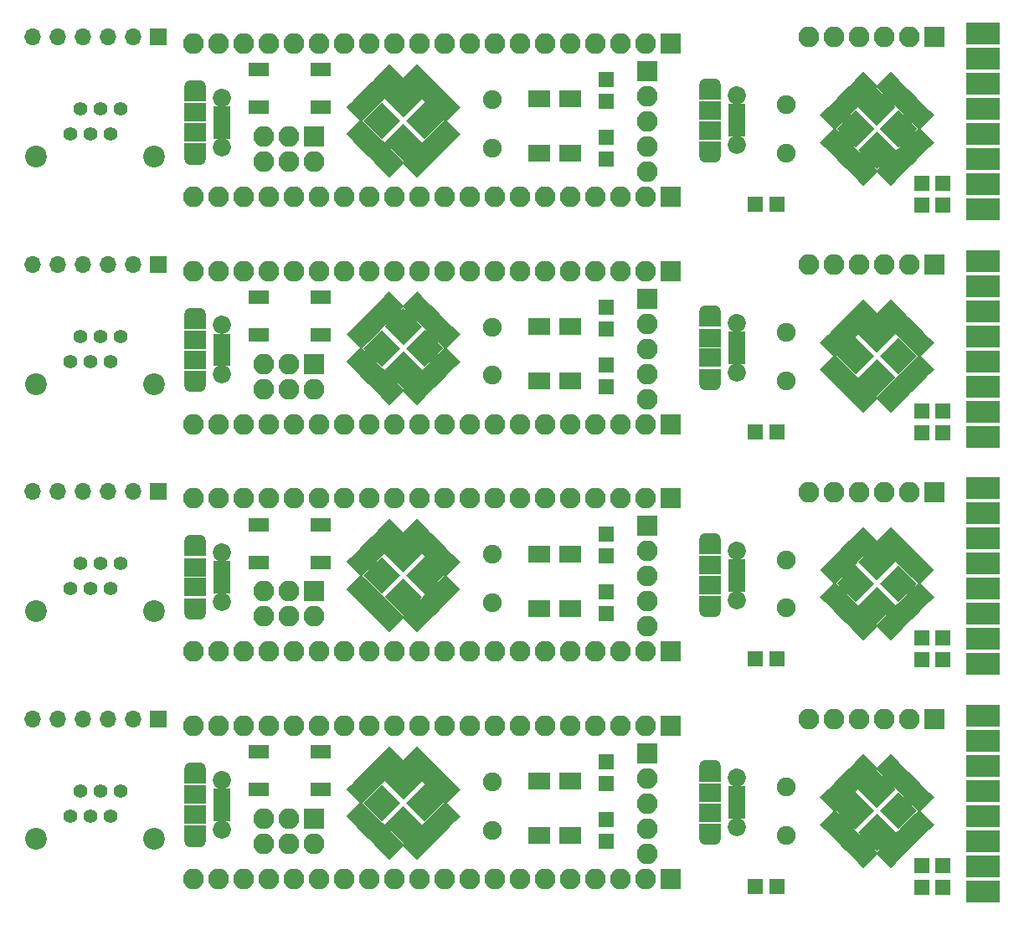
<source format=gts>
%MOIN*%
%OFA0B0*%
%FSLAX46Y46*%
%IPPOS*%
%LPD*%
%ADD10C,0.0039370078740157488*%
%ADD11C,0.086614173228346469*%
%ADD12C,0.055118110236220472*%
%ADD13R,0.066929133858267723X0.066929133858267723*%
%ADD14O,0.066929133858267723X0.066929133858267723*%
%ADD25C,0.0039370078740157488*%
%ADD26R,0.082677165354330714X0.082677165354330714*%
%ADD27O,0.082677165354330714X0.082677165354330714*%
%ADD28R,0.0905511811023622X0.074803149606299218*%
%ADD29C,0.072834645669291348*%
%ADD30R,0.068897637795275593X0.031496062992125991*%
%ADD31O,0.0905511811023622X0.062992125984251982*%
%ADD32R,0.0905511811023622X0.062992125984251982*%
%ADD33R,0.082677165354330714X0.055118110236220472*%
%ADD34R,0.062992125984251982X0.062992125984251982*%
%ADD35C,0.074803149606299218*%
%ADD36R,0.0905511811023622X0.066929133858267723*%
%ADD37C,0.0039370078740157488*%
%ADD38R,0.0905511811023622X0.074803149606299218*%
%ADD39C,0.072834645669291348*%
%ADD40R,0.068897637795275593X0.031496062992125991*%
%ADD41O,0.0905511811023622X0.062992125984251982*%
%ADD42R,0.0905511811023622X0.062992125984251982*%
%ADD43R,0.082677165354330714X0.082677165354330714*%
%ADD44O,0.082677165354330714X0.082677165354330714*%
%ADD45C,0.074803149606299218*%
%ADD46R,0.062992125984251982X0.062992125984251982*%
%ADD47C,0.0039370078740157488*%
%ADD48C,0.086614173228346469*%
%ADD49C,0.055118110236220472*%
%ADD50R,0.066929133858267723X0.066929133858267723*%
%ADD51O,0.066929133858267723X0.066929133858267723*%
%ADD52C,0.0039370078740157488*%
%ADD53C,0.086614173228346469*%
%ADD54C,0.055118110236220472*%
%ADD55R,0.066929133858267723X0.066929133858267723*%
%ADD56O,0.066929133858267723X0.066929133858267723*%
%ADD57C,0.0039370078740157488*%
%ADD58C,0.086614173228346469*%
%ADD59C,0.055118110236220472*%
%ADD60R,0.066929133858267723X0.066929133858267723*%
%ADD61O,0.066929133858267723X0.066929133858267723*%
%ADD62C,0.0039370078740157488*%
%ADD63R,0.082677165354330714X0.082677165354330714*%
%ADD64O,0.082677165354330714X0.082677165354330714*%
%ADD65R,0.0905511811023622X0.074803149606299218*%
%ADD66C,0.072834645669291348*%
%ADD67R,0.068897637795275593X0.031496062992125991*%
%ADD68O,0.0905511811023622X0.062992125984251982*%
%ADD69R,0.0905511811023622X0.062992125984251982*%
%ADD70R,0.082677165354330714X0.055118110236220472*%
%ADD71R,0.062992125984251982X0.062992125984251982*%
%ADD72C,0.074803149606299218*%
%ADD73R,0.0905511811023622X0.066929133858267723*%
%ADD74C,0.0039370078740157488*%
%ADD75R,0.082677165354330714X0.082677165354330714*%
%ADD76O,0.082677165354330714X0.082677165354330714*%
%ADD77R,0.0905511811023622X0.074803149606299218*%
%ADD78C,0.072834645669291348*%
%ADD79R,0.068897637795275593X0.031496062992125991*%
%ADD80O,0.0905511811023622X0.062992125984251982*%
%ADD81R,0.0905511811023622X0.062992125984251982*%
%ADD82R,0.082677165354330714X0.055118110236220472*%
%ADD83R,0.062992125984251982X0.062992125984251982*%
%ADD84C,0.074803149606299218*%
%ADD85R,0.0905511811023622X0.066929133858267723*%
%ADD86C,0.0039370078740157488*%
%ADD87R,0.082677165354330714X0.082677165354330714*%
%ADD88O,0.082677165354330714X0.082677165354330714*%
%ADD89R,0.0905511811023622X0.074803149606299218*%
%ADD90C,0.072834645669291348*%
%ADD91R,0.068897637795275593X0.031496062992125991*%
%ADD92O,0.0905511811023622X0.062992125984251982*%
%ADD93R,0.0905511811023622X0.062992125984251982*%
%ADD94R,0.082677165354330714X0.055118110236220472*%
%ADD95R,0.062992125984251982X0.062992125984251982*%
%ADD96C,0.074803149606299218*%
%ADD97R,0.0905511811023622X0.066929133858267723*%
%ADD98C,0.0039370078740157488*%
%ADD99R,0.0905511811023622X0.074803149606299218*%
%ADD100C,0.072834645669291348*%
%ADD101R,0.068897637795275593X0.031496062992125991*%
%ADD102O,0.0905511811023622X0.062992125984251982*%
%ADD103R,0.0905511811023622X0.062992125984251982*%
%ADD104R,0.082677165354330714X0.082677165354330714*%
%ADD105O,0.082677165354330714X0.082677165354330714*%
%ADD106C,0.074803149606299218*%
%ADD107R,0.062992125984251982X0.062992125984251982*%
%ADD108C,0.0039370078740157488*%
%ADD109R,0.0905511811023622X0.074803149606299218*%
%ADD110C,0.072834645669291348*%
%ADD111R,0.068897637795275593X0.031496062992125991*%
%ADD112O,0.0905511811023622X0.062992125984251982*%
%ADD113R,0.0905511811023622X0.062992125984251982*%
%ADD114R,0.082677165354330714X0.082677165354330714*%
%ADD115O,0.082677165354330714X0.082677165354330714*%
%ADD116C,0.074803149606299218*%
%ADD117R,0.062992125984251982X0.062992125984251982*%
%ADD118C,0.0039370078740157488*%
%ADD119R,0.0905511811023622X0.074803149606299218*%
%ADD120C,0.072834645669291348*%
%ADD121R,0.068897637795275593X0.031496062992125991*%
%ADD122O,0.0905511811023622X0.062992125984251982*%
%ADD123R,0.0905511811023622X0.062992125984251982*%
%ADD124R,0.082677165354330714X0.082677165354330714*%
%ADD125O,0.082677165354330714X0.082677165354330714*%
%ADD126C,0.074803149606299218*%
%ADD127R,0.062992125984251982X0.062992125984251982*%
G01G01*
D10*
D11*
X0000000000Y0000905905D02*
X0000076771Y0000311023D03*
X0000549212Y0000311023D03*
D12*
X0000212992Y0000401574D03*
X0000252952Y0000501574D03*
X0000292913Y0000401574D03*
X0000332874Y0000501574D03*
X0000372834Y0000401574D03*
X0000412795Y0000501574D03*
D13*
X0000564960Y0000787795D03*
D14*
X0000464960Y0000787795D03*
X0000364960Y0000787795D03*
X0000264960Y0000787795D03*
X0000164960Y0000787795D03*
X0000064960Y0000787795D03*
G04 next file*
G04 Gerber Fmt 4.6, Leading zero omitted, Abs format (unit mm)*
G04 Created by KiCad (PCBNEW 4.0.7) date 11/15/17 20:03:37*
G01G01*
G04 APERTURE LIST*
G04 APERTURE END LIST*
D25*
D26*
X0000629921Y0000905511D02*
X0001185433Y0000390551D03*
D27*
X0001185433Y0000290551D03*
X0001085433Y0000390551D03*
X0001085433Y0000290551D03*
X0000985433Y0000390551D03*
X0000985433Y0000290551D03*
D26*
X0002604409Y0000760551D03*
D27*
X0002504409Y0000760551D03*
X0002404409Y0000760551D03*
X0002304409Y0000760551D03*
X0002204409Y0000760551D03*
X0002104409Y0000760551D03*
X0002004409Y0000760551D03*
X0001904409Y0000760551D03*
X0001804409Y0000760551D03*
X0001704409Y0000760551D03*
X0001604409Y0000760551D03*
X0001504409Y0000760551D03*
X0001404409Y0000760551D03*
X0001304409Y0000760551D03*
X0001204409Y0000760551D03*
X0001104409Y0000760551D03*
X0001004409Y0000760551D03*
X0000904409Y0000760551D03*
X0000804409Y0000760551D03*
X0000704409Y0000760551D03*
D26*
X0002604409Y0000150314D03*
D27*
X0002504409Y0000150314D03*
X0002404409Y0000150314D03*
X0002304409Y0000150314D03*
X0002204409Y0000150314D03*
X0002104409Y0000150314D03*
X0002004409Y0000150314D03*
X0001904409Y0000150314D03*
X0001804409Y0000150314D03*
X0001704409Y0000150314D03*
X0001604409Y0000150314D03*
X0001504409Y0000150314D03*
X0001404409Y0000150314D03*
X0001304409Y0000150314D03*
X0001204409Y0000150314D03*
X0001104409Y0000150314D03*
X0001004409Y0000150314D03*
X0000904409Y0000150314D03*
X0000804409Y0000150314D03*
X0000704409Y0000150314D03*
D28*
X0000712677Y0000407401D03*
D29*
X0000818976Y0000545196D03*
D30*
X0000818976Y0000472362D03*
X0000818976Y0000497952D03*
X0000818976Y0000395590D03*
X0000818976Y0000421181D03*
X0000818976Y0000446771D03*
D29*
X0000818976Y0000348346D03*
D28*
X0000712677Y0000486141D03*
D31*
X0000712677Y0000584566D03*
X0000712677Y0000308976D03*
D32*
X0000712677Y0000332598D03*
X0000712677Y0000560944D03*
D33*
X0000963464Y0000656220D03*
X0001211496Y0000656220D03*
X0000963464Y0000506614D03*
X0001211496Y0000506614D03*
D26*
X0002510708Y0000650314D03*
D27*
X0002510708Y0000550314D03*
X0002510708Y0000450314D03*
X0002510708Y0000350314D03*
X0002510708Y0000250314D03*
D34*
X0002346141Y0000617244D03*
X0002346141Y0000530629D03*
X0002346141Y0000387322D03*
X0002346141Y0000300708D03*
D35*
X0001895354Y0000345590D03*
X0001895354Y0000537716D03*
D36*
X0002079606Y0000539685D03*
X0002079606Y0000323149D03*
X0002205590Y0000323149D03*
X0002205590Y0000539685D03*
D25*
G36*
X0001706631Y0000459611D02*
X0001766484Y0000399757D01*
X0001746997Y0000380270D01*
X0001687144Y0000440124D01*
X0001706631Y0000459611D01*
X0001706631Y0000459611D01*
G37*
G36*
X0001692711Y0000445691D02*
X0001752565Y0000385838D01*
X0001733078Y0000366351D01*
X0001673224Y0000426204D01*
X0001692711Y0000445691D01*
X0001692711Y0000445691D01*
G37*
G36*
X0001678792Y0000431772D02*
X0001738645Y0000371918D01*
X0001719158Y0000352431D01*
X0001659305Y0000412285D01*
X0001678792Y0000431772D01*
X0001678792Y0000431772D01*
G37*
G36*
X0001664873Y0000417853D02*
X0001724726Y0000357999D01*
X0001705239Y0000338512D01*
X0001645385Y0000398365D01*
X0001664873Y0000417853D01*
X0001664873Y0000417853D01*
G37*
G36*
X0001650953Y0000403933D02*
X0001710807Y0000344080D01*
X0001691319Y0000324592D01*
X0001631466Y0000384446D01*
X0001650953Y0000403933D01*
X0001650953Y0000403933D01*
G37*
G36*
X0001677400Y0000310673D02*
X0001617546Y0000370527D01*
X0001637034Y0000390014D01*
X0001696887Y0000330160D01*
X0001677400Y0000310673D01*
X0001677400Y0000310673D01*
G37*
G36*
X0001623114Y0000376094D02*
X0001682968Y0000316241D01*
X0001663481Y0000296754D01*
X0001603627Y0000356607D01*
X0001623114Y0000376094D01*
X0001623114Y0000376094D01*
G37*
G36*
X0001609195Y0000362175D02*
X0001669048Y0000302321D01*
X0001649561Y0000282834D01*
X0001589708Y0000342688D01*
X0001609195Y0000362175D01*
X0001609195Y0000362175D01*
G37*
G36*
X0001595275Y0000348255D02*
X0001655129Y0000288402D01*
X0001635642Y0000268915D01*
X0001575788Y0000328768D01*
X0001595275Y0000348255D01*
X0001595275Y0000348255D01*
G37*
G36*
X0001581356Y0000334336D02*
X0001641210Y0000274483D01*
X0001621722Y0000254995D01*
X0001561869Y0000314849D01*
X0001581356Y0000334336D01*
X0001581356Y0000334336D01*
G37*
G36*
X0001567437Y0000320417D02*
X0001627290Y0000260563D01*
X0001607803Y0000241076D01*
X0001547949Y0000300929D01*
X0001567437Y0000320417D01*
X0001567437Y0000320417D01*
G37*
G36*
X0001553517Y0000306497D02*
X0001613371Y0000246644D01*
X0001593883Y0000227156D01*
X0001534030Y0000287010D01*
X0001553517Y0000306497D01*
X0001553517Y0000306497D01*
G37*
G36*
X0001603627Y0000551479D02*
X0001663481Y0000611333D01*
X0001682968Y0000591845D01*
X0001623114Y0000531992D01*
X0001603627Y0000551479D01*
X0001603627Y0000551479D01*
G37*
G36*
X0001617546Y0000537560D02*
X0001677400Y0000597413D01*
X0001696887Y0000577926D01*
X0001637034Y0000518072D01*
X0001617546Y0000537560D01*
X0001617546Y0000537560D01*
G37*
G36*
X0001631466Y0000523640D02*
X0001691319Y0000583494D01*
X0001710807Y0000564007D01*
X0001650953Y0000504153D01*
X0001631466Y0000523640D01*
X0001631466Y0000523640D01*
G37*
G36*
X0001645385Y0000509721D02*
X0001705239Y0000569574D01*
X0001724726Y0000550087D01*
X0001664873Y0000490234D01*
X0001645385Y0000509721D01*
X0001645385Y0000509721D01*
G37*
G36*
X0001659305Y0000495801D02*
X0001719158Y0000555655D01*
X0001738645Y0000536168D01*
X0001678792Y0000476314D01*
X0001659305Y0000495801D01*
X0001659305Y0000495801D01*
G37*
G36*
X0001673224Y0000481882D02*
X0001733078Y0000541735D01*
X0001752565Y0000522248D01*
X0001692711Y0000462395D01*
X0001673224Y0000481882D01*
X0001673224Y0000481882D01*
G37*
G36*
X0001589708Y0000565399D02*
X0001649561Y0000625252D01*
X0001669048Y0000605765D01*
X0001609195Y0000545911D01*
X0001589708Y0000565399D01*
X0001589708Y0000565399D01*
G37*
G36*
X0001687144Y0000467963D02*
X0001746997Y0000527816D01*
X0001766484Y0000508329D01*
X0001706631Y0000448475D01*
X0001687144Y0000467963D01*
X0001687144Y0000467963D01*
G37*
G36*
X0001575788Y0000579318D02*
X0001635642Y0000639171D01*
X0001655129Y0000619684D01*
X0001595275Y0000559831D01*
X0001575788Y0000579318D01*
X0001575788Y0000579318D01*
G37*
G36*
X0001561869Y0000593237D02*
X0001621722Y0000653091D01*
X0001641210Y0000633604D01*
X0001581356Y0000573750D01*
X0001561869Y0000593237D01*
X0001561869Y0000593237D01*
G37*
G36*
X0001547949Y0000607157D02*
X0001607803Y0000667010D01*
X0001627290Y0000647523D01*
X0001567437Y0000587670D01*
X0001547949Y0000607157D01*
X0001547949Y0000607157D01*
G37*
G36*
X0001534030Y0000621076D02*
X0001593883Y0000680930D01*
X0001613371Y0000661442D01*
X0001553517Y0000601589D01*
X0001534030Y0000621076D01*
X0001534030Y0000621076D01*
G37*
G36*
X0001401795Y0000597413D02*
X0001461649Y0000537560D01*
X0001442162Y0000518072D01*
X0001382308Y0000577926D01*
X0001401795Y0000597413D01*
X0001401795Y0000597413D01*
G37*
G36*
X0001415715Y0000611333D02*
X0001475568Y0000551479D01*
X0001456081Y0000531992D01*
X0001396228Y0000591845D01*
X0001415715Y0000611333D01*
X0001415715Y0000611333D01*
G37*
G36*
X0001429634Y0000625252D02*
X0001489488Y0000565399D01*
X0001470001Y0000545911D01*
X0001410147Y0000605765D01*
X0001429634Y0000625252D01*
X0001429634Y0000625252D01*
G37*
G36*
X0001443554Y0000639171D02*
X0001503407Y0000579318D01*
X0001483920Y0000559831D01*
X0001424066Y0000619684D01*
X0001443554Y0000639171D01*
X0001443554Y0000639171D01*
G37*
G36*
X0001457473Y0000653091D02*
X0001517327Y0000593237D01*
X0001497839Y0000573750D01*
X0001437986Y0000633604D01*
X0001457473Y0000653091D01*
X0001457473Y0000653091D01*
G37*
G36*
X0001471393Y0000667010D02*
X0001531246Y0000607157D01*
X0001511759Y0000587670D01*
X0001451905Y0000647523D01*
X0001471393Y0000667010D01*
X0001471393Y0000667010D01*
G37*
G36*
X0001485312Y0000680930D02*
X0001545165Y0000621076D01*
X0001525678Y0000601589D01*
X0001465825Y0000661442D01*
X0001485312Y0000680930D01*
X0001485312Y0000680930D01*
G37*
G36*
X0001387876Y0000583494D02*
X0001447729Y0000523640D01*
X0001428242Y0000504153D01*
X0001368389Y0000564007D01*
X0001387876Y0000583494D01*
X0001387876Y0000583494D01*
G37*
G36*
X0001373957Y0000569574D02*
X0001433810Y0000509721D01*
X0001414323Y0000490234D01*
X0001354469Y0000550087D01*
X0001373957Y0000569574D01*
X0001373957Y0000569574D01*
G37*
G36*
X0001360037Y0000555655D02*
X0001419891Y0000495801D01*
X0001400403Y0000476314D01*
X0001340550Y0000536168D01*
X0001360037Y0000555655D01*
X0001360037Y0000555655D01*
G37*
G36*
X0001346118Y0000541735D02*
X0001405971Y0000481882D01*
X0001386484Y0000462395D01*
X0001326630Y0000522248D01*
X0001346118Y0000541735D01*
X0001346118Y0000541735D01*
G37*
G36*
X0001332198Y0000527816D02*
X0001392052Y0000467963D01*
X0001372565Y0000448475D01*
X0001312711Y0000508329D01*
X0001332198Y0000527816D01*
X0001332198Y0000527816D01*
G37*
G36*
X0001396228Y0000316241D02*
X0001456081Y0000376094D01*
X0001475568Y0000356607D01*
X0001415715Y0000296754D01*
X0001396228Y0000316241D01*
X0001396228Y0000316241D01*
G37*
G36*
X0001382308Y0000330160D02*
X0001442162Y0000390014D01*
X0001461649Y0000370527D01*
X0001401795Y0000310673D01*
X0001382308Y0000330160D01*
X0001382308Y0000330160D01*
G37*
G36*
X0001410147Y0000302321D02*
X0001470001Y0000362175D01*
X0001489488Y0000342688D01*
X0001429634Y0000282834D01*
X0001410147Y0000302321D01*
X0001410147Y0000302321D01*
G37*
G36*
X0001424066Y0000288402D02*
X0001483920Y0000348255D01*
X0001503407Y0000328768D01*
X0001443554Y0000268915D01*
X0001424066Y0000288402D01*
X0001424066Y0000288402D01*
G37*
G36*
X0001437986Y0000274483D02*
X0001497839Y0000334336D01*
X0001517327Y0000314849D01*
X0001457473Y0000254995D01*
X0001437986Y0000274483D01*
X0001437986Y0000274483D01*
G37*
G36*
X0001451905Y0000260563D02*
X0001511759Y0000320417D01*
X0001531246Y0000300929D01*
X0001471393Y0000241076D01*
X0001451905Y0000260563D01*
X0001451905Y0000260563D01*
G37*
G36*
X0001465825Y0000246644D02*
X0001525678Y0000306497D01*
X0001545165Y0000287010D01*
X0001485312Y0000227156D01*
X0001465825Y0000246644D01*
X0001465825Y0000246644D01*
G37*
G36*
X0001368389Y0000344080D02*
X0001428242Y0000403933D01*
X0001447729Y0000384446D01*
X0001387876Y0000324592D01*
X0001368389Y0000344080D01*
X0001368389Y0000344080D01*
G37*
G36*
X0001354469Y0000357999D02*
X0001414323Y0000417853D01*
X0001433810Y0000398365D01*
X0001373957Y0000338512D01*
X0001354469Y0000357999D01*
X0001354469Y0000357999D01*
G37*
G36*
X0001340550Y0000371918D02*
X0001400403Y0000431772D01*
X0001419891Y0000412285D01*
X0001360037Y0000352431D01*
X0001340550Y0000371918D01*
X0001340550Y0000371918D01*
G37*
G36*
X0001326630Y0000385838D02*
X0001386484Y0000445691D01*
X0001405971Y0000426204D01*
X0001346118Y0000366351D01*
X0001326630Y0000385838D01*
X0001326630Y0000385838D01*
G37*
G36*
X0001312711Y0000399757D02*
X0001372565Y0000459611D01*
X0001392052Y0000440124D01*
X0001332198Y0000380270D01*
X0001312711Y0000399757D01*
X0001312711Y0000399757D01*
G37*
G36*
X0001625898Y0000527883D02*
X0001699738Y0000454043D01*
X0001625898Y0000380203D01*
X0001552058Y0000454043D01*
X0001625898Y0000527883D01*
X0001625898Y0000527883D01*
G37*
G36*
X0001453297Y0000527883D02*
X0001527137Y0000454043D01*
X0001453297Y0000380203D01*
X0001379457Y0000454043D01*
X0001453297Y0000527883D01*
X0001453297Y0000527883D01*
G37*
G36*
X0001539598Y0000441582D02*
X0001613437Y0000367743D01*
X0001539598Y0000293903D01*
X0001465758Y0000367743D01*
X0001539598Y0000441582D01*
X0001539598Y0000441582D01*
G37*
G36*
X0001539598Y0000614183D02*
X0001613437Y0000540344D01*
X0001539598Y0000466504D01*
X0001465758Y0000540344D01*
X0001539598Y0000614183D01*
X0001539598Y0000614183D01*
G37*
G04 next file*
G04 Gerber Fmt 4.6, Leading zero omitted, Abs format (unit mm)*
G04 Created by KiCad (PCBNEW 4.0.7) date 11/15/17 17:48:19*
G01G01*
G04 APERTURE LIST*
G04 APERTURE END LIST*
D37*
G36*
X0003258801Y0000416963D02*
X0003198947Y0000476816D01*
X0003218435Y0000496304D01*
X0003278288Y0000436450D01*
X0003258801Y0000416963D01*
X0003258801Y0000416963D01*
G37*
G36*
X0003272720Y0000430882D02*
X0003212867Y0000490736D01*
X0003232354Y0000510223D01*
X0003292207Y0000450370D01*
X0003272720Y0000430882D01*
X0003272720Y0000430882D01*
G37*
G36*
X0003286640Y0000444802D02*
X0003226786Y0000504655D01*
X0003246273Y0000524143D01*
X0003306127Y0000464289D01*
X0003286640Y0000444802D01*
X0003286640Y0000444802D01*
G37*
G36*
X0003300559Y0000458721D02*
X0003240706Y0000518575D01*
X0003260193Y0000538062D01*
X0003320046Y0000478208D01*
X0003300559Y0000458721D01*
X0003300559Y0000458721D01*
G37*
G36*
X0003314478Y0000472641D02*
X0003254625Y0000532494D01*
X0003274112Y0000551981D01*
X0003333966Y0000492128D01*
X0003314478Y0000472641D01*
X0003314478Y0000472641D01*
G37*
G36*
X0003288032Y0000565901D02*
X0003347885Y0000506047D01*
X0003328398Y0000486560D01*
X0003268544Y0000546414D01*
X0003288032Y0000565901D01*
X0003288032Y0000565901D01*
G37*
G36*
X0003342317Y0000500480D02*
X0003282464Y0000560333D01*
X0003301951Y0000579820D01*
X0003361805Y0000519967D01*
X0003342317Y0000500480D01*
X0003342317Y0000500480D01*
G37*
G36*
X0003356237Y0000514399D02*
X0003296383Y0000574252D01*
X0003315870Y0000593740D01*
X0003375724Y0000533886D01*
X0003356237Y0000514399D01*
X0003356237Y0000514399D01*
G37*
G36*
X0003370156Y0000528318D02*
X0003310303Y0000588172D01*
X0003329790Y0000607659D01*
X0003389643Y0000547806D01*
X0003370156Y0000528318D01*
X0003370156Y0000528318D01*
G37*
G36*
X0003384076Y0000542238D02*
X0003324222Y0000602091D01*
X0003343709Y0000621578D01*
X0003403563Y0000561725D01*
X0003384076Y0000542238D01*
X0003384076Y0000542238D01*
G37*
G36*
X0003397995Y0000556157D02*
X0003338142Y0000616011D01*
X0003357629Y0000635498D01*
X0003417482Y0000575644D01*
X0003397995Y0000556157D01*
X0003397995Y0000556157D01*
G37*
G36*
X0003411914Y0000570077D02*
X0003352061Y0000629930D01*
X0003371548Y0000649417D01*
X0003431402Y0000589564D01*
X0003411914Y0000570077D01*
X0003411914Y0000570077D01*
G37*
G36*
X0003361805Y0000325095D02*
X0003301951Y0000265241D01*
X0003282464Y0000284728D01*
X0003342317Y0000344582D01*
X0003361805Y0000325095D01*
X0003361805Y0000325095D01*
G37*
G36*
X0003347885Y0000339014D02*
X0003288032Y0000279161D01*
X0003268544Y0000298648D01*
X0003328398Y0000358501D01*
X0003347885Y0000339014D01*
X0003347885Y0000339014D01*
G37*
G36*
X0003333966Y0000352934D02*
X0003274112Y0000293080D01*
X0003254625Y0000312567D01*
X0003314478Y0000372421D01*
X0003333966Y0000352934D01*
X0003333966Y0000352934D01*
G37*
G36*
X0003320046Y0000366853D02*
X0003260193Y0000307000D01*
X0003240706Y0000326487D01*
X0003300559Y0000386340D01*
X0003320046Y0000366853D01*
X0003320046Y0000366853D01*
G37*
G36*
X0003306127Y0000380772D02*
X0003246273Y0000320919D01*
X0003226786Y0000340406D01*
X0003286640Y0000400260D01*
X0003306127Y0000380772D01*
X0003306127Y0000380772D01*
G37*
G36*
X0003292207Y0000394692D02*
X0003232354Y0000334838D01*
X0003212867Y0000354326D01*
X0003272720Y0000414179D01*
X0003292207Y0000394692D01*
X0003292207Y0000394692D01*
G37*
G36*
X0003375724Y0000311175D02*
X0003315870Y0000251322D01*
X0003296383Y0000270809D01*
X0003356237Y0000330662D01*
X0003375724Y0000311175D01*
X0003375724Y0000311175D01*
G37*
G36*
X0003278288Y0000408611D02*
X0003218435Y0000348758D01*
X0003198947Y0000368245D01*
X0003258801Y0000428098D01*
X0003278288Y0000408611D01*
X0003278288Y0000408611D01*
G37*
G36*
X0003389643Y0000297256D02*
X0003329790Y0000237402D01*
X0003310303Y0000256890D01*
X0003370156Y0000316743D01*
X0003389643Y0000297256D01*
X0003389643Y0000297256D01*
G37*
G36*
X0003403563Y0000283336D02*
X0003343709Y0000223483D01*
X0003324222Y0000242970D01*
X0003384076Y0000302824D01*
X0003403563Y0000283336D01*
X0003403563Y0000283336D01*
G37*
G36*
X0003417482Y0000269417D02*
X0003357629Y0000209563D01*
X0003338142Y0000229051D01*
X0003397995Y0000288904D01*
X0003417482Y0000269417D01*
X0003417482Y0000269417D01*
G37*
G36*
X0003431402Y0000255498D02*
X0003371548Y0000195644D01*
X0003352061Y0000215131D01*
X0003411914Y0000274985D01*
X0003431402Y0000255498D01*
X0003431402Y0000255498D01*
G37*
G36*
X0003563636Y0000279161D02*
X0003503783Y0000339014D01*
X0003523270Y0000358501D01*
X0003583123Y0000298648D01*
X0003563636Y0000279161D01*
X0003563636Y0000279161D01*
G37*
G36*
X0003549717Y0000265241D02*
X0003489863Y0000325095D01*
X0003509350Y0000344582D01*
X0003569204Y0000284728D01*
X0003549717Y0000265241D01*
X0003549717Y0000265241D01*
G37*
G36*
X0003535797Y0000251322D02*
X0003475944Y0000311175D01*
X0003495431Y0000330662D01*
X0003555285Y0000270809D01*
X0003535797Y0000251322D01*
X0003535797Y0000251322D01*
G37*
G36*
X0003521878Y0000237402D02*
X0003462024Y0000297256D01*
X0003481512Y0000316743D01*
X0003541365Y0000256890D01*
X0003521878Y0000237402D01*
X0003521878Y0000237402D01*
G37*
G36*
X0003507959Y0000223483D02*
X0003448105Y0000283336D01*
X0003467592Y0000302824D01*
X0003527446Y0000242970D01*
X0003507959Y0000223483D01*
X0003507959Y0000223483D01*
G37*
G36*
X0003494039Y0000209563D02*
X0003434186Y0000269417D01*
X0003453673Y0000288904D01*
X0003513526Y0000229051D01*
X0003494039Y0000209563D01*
X0003494039Y0000209563D01*
G37*
G36*
X0003480120Y0000195644D02*
X0003420266Y0000255498D01*
X0003439753Y0000274985D01*
X0003499607Y0000215131D01*
X0003480120Y0000195644D01*
X0003480120Y0000195644D01*
G37*
G36*
X0003577556Y0000293080D02*
X0003517702Y0000352934D01*
X0003537189Y0000372421D01*
X0003597043Y0000312567D01*
X0003577556Y0000293080D01*
X0003577556Y0000293080D01*
G37*
G36*
X0003591475Y0000307000D02*
X0003531622Y0000366853D01*
X0003551109Y0000386340D01*
X0003610962Y0000326487D01*
X0003591475Y0000307000D01*
X0003591475Y0000307000D01*
G37*
G36*
X0003605394Y0000320919D02*
X0003545541Y0000380772D01*
X0003565028Y0000400260D01*
X0003624882Y0000340406D01*
X0003605394Y0000320919D01*
X0003605394Y0000320919D01*
G37*
G36*
X0003619314Y0000334838D02*
X0003559460Y0000394692D01*
X0003578948Y0000414179D01*
X0003638801Y0000354326D01*
X0003619314Y0000334838D01*
X0003619314Y0000334838D01*
G37*
G36*
X0003633233Y0000348758D02*
X0003573380Y0000408611D01*
X0003592867Y0000428098D01*
X0003652721Y0000368245D01*
X0003633233Y0000348758D01*
X0003633233Y0000348758D01*
G37*
G36*
X0003569204Y0000560333D02*
X0003509350Y0000500480D01*
X0003489863Y0000519967D01*
X0003549717Y0000579820D01*
X0003569204Y0000560333D01*
X0003569204Y0000560333D01*
G37*
G36*
X0003583123Y0000546414D02*
X0003523270Y0000486560D01*
X0003503783Y0000506047D01*
X0003563636Y0000565901D01*
X0003583123Y0000546414D01*
X0003583123Y0000546414D01*
G37*
G36*
X0003555285Y0000574252D02*
X0003495431Y0000514399D01*
X0003475944Y0000533886D01*
X0003535797Y0000593740D01*
X0003555285Y0000574252D01*
X0003555285Y0000574252D01*
G37*
G36*
X0003541365Y0000588172D02*
X0003481512Y0000528318D01*
X0003462024Y0000547806D01*
X0003521878Y0000607659D01*
X0003541365Y0000588172D01*
X0003541365Y0000588172D01*
G37*
G36*
X0003527446Y0000602091D02*
X0003467592Y0000542238D01*
X0003448105Y0000561725D01*
X0003507959Y0000621578D01*
X0003527446Y0000602091D01*
X0003527446Y0000602091D01*
G37*
G36*
X0003513526Y0000616011D02*
X0003453673Y0000556157D01*
X0003434186Y0000575644D01*
X0003494039Y0000635498D01*
X0003513526Y0000616011D01*
X0003513526Y0000616011D01*
G37*
G36*
X0003499607Y0000629930D02*
X0003439753Y0000570077D01*
X0003420266Y0000589564D01*
X0003480120Y0000649417D01*
X0003499607Y0000629930D01*
X0003499607Y0000629930D01*
G37*
G36*
X0003597043Y0000532494D02*
X0003537189Y0000472641D01*
X0003517702Y0000492128D01*
X0003577556Y0000551981D01*
X0003597043Y0000532494D01*
X0003597043Y0000532494D01*
G37*
G36*
X0003610962Y0000518575D02*
X0003551109Y0000458721D01*
X0003531622Y0000478208D01*
X0003591475Y0000538062D01*
X0003610962Y0000518575D01*
X0003610962Y0000518575D01*
G37*
G36*
X0003624882Y0000504655D02*
X0003565028Y0000444802D01*
X0003545541Y0000464289D01*
X0003605394Y0000524143D01*
X0003624882Y0000504655D01*
X0003624882Y0000504655D01*
G37*
G36*
X0003638801Y0000490736D02*
X0003578948Y0000430882D01*
X0003559460Y0000450370D01*
X0003619314Y0000510223D01*
X0003638801Y0000490736D01*
X0003638801Y0000490736D01*
G37*
G36*
X0003652721Y0000476816D02*
X0003592867Y0000416963D01*
X0003573380Y0000436450D01*
X0003633233Y0000496304D01*
X0003652721Y0000476816D01*
X0003652721Y0000476816D01*
G37*
G36*
X0003339533Y0000348691D02*
X0003265694Y0000422531D01*
X0003339533Y0000496370D01*
X0003413373Y0000422531D01*
X0003339533Y0000348691D01*
X0003339533Y0000348691D01*
G37*
G36*
X0003512134Y0000348691D02*
X0003438295Y0000422531D01*
X0003512134Y0000496370D01*
X0003585974Y0000422531D01*
X0003512134Y0000348691D01*
X0003512134Y0000348691D01*
G37*
G36*
X0003425834Y0000434991D02*
X0003351994Y0000508831D01*
X0003425834Y0000582671D01*
X0003499674Y0000508831D01*
X0003425834Y0000434991D01*
X0003425834Y0000434991D01*
G37*
G36*
X0003425834Y0000262391D02*
X0003351994Y0000336230D01*
X0003425834Y0000410070D01*
X0003499674Y0000336230D01*
X0003425834Y0000262391D01*
X0003425834Y0000262391D01*
G37*
D38*
X0002760637Y0000415354D03*
D39*
X0002866937Y0000553149D03*
D40*
X0002866937Y0000480314D03*
X0002866937Y0000505905D03*
X0002866937Y0000403543D03*
X0002866937Y0000429133D03*
X0002866937Y0000454724D03*
D39*
X0002866937Y0000356299D03*
D38*
X0002760637Y0000494094D03*
D41*
X0002760637Y0000592519D03*
X0002760637Y0000316929D03*
D42*
X0002760637Y0000340551D03*
X0002760637Y0000568897D03*
D37*
G36*
X0003779527Y0000757086D02*
X0003779527Y0000843700D01*
X0003913385Y0000843700D01*
X0003913385Y0000757086D01*
X0003779527Y0000757086D01*
X0003779527Y0000757086D01*
G37*
G36*
X0003779527Y0000657086D02*
X0003779527Y0000743700D01*
X0003913385Y0000743700D01*
X0003913385Y0000657086D01*
X0003779527Y0000657086D01*
X0003779527Y0000657086D01*
G37*
G36*
X0003779527Y0000557086D02*
X0003779527Y0000643700D01*
X0003913385Y0000643700D01*
X0003913385Y0000557086D01*
X0003779527Y0000557086D01*
X0003779527Y0000557086D01*
G37*
G36*
X0003779527Y0000457086D02*
X0003779527Y0000543700D01*
X0003913385Y0000543700D01*
X0003913385Y0000457086D01*
X0003779527Y0000457086D01*
X0003779527Y0000457086D01*
G37*
G36*
X0003779527Y0000357086D02*
X0003779527Y0000443700D01*
X0003913385Y0000443700D01*
X0003913385Y0000357086D01*
X0003779527Y0000357086D01*
X0003779527Y0000357086D01*
G37*
G36*
X0003779527Y0000257086D02*
X0003779527Y0000343700D01*
X0003913385Y0000343700D01*
X0003913385Y0000257086D01*
X0003779527Y0000257086D01*
X0003779527Y0000257086D01*
G37*
G36*
X0003779527Y0000157086D02*
X0003779527Y0000243700D01*
X0003913385Y0000243700D01*
X0003913385Y0000157086D01*
X0003779527Y0000157086D01*
X0003779527Y0000157086D01*
G37*
G36*
X0003779527Y0000057086D02*
X0003779527Y0000143700D01*
X0003913385Y0000143700D01*
X0003913385Y0000057086D01*
X0003779527Y0000057086D01*
X0003779527Y0000057086D01*
G37*
D43*
X0003654937Y0000786314D03*
D44*
X0003554937Y0000786314D03*
X0003454937Y0000786314D03*
X0003354937Y0000786314D03*
X0003254937Y0000786314D03*
X0003154937Y0000786314D03*
D45*
X0003062937Y0000324314D03*
X0003062937Y0000516440D03*
D46*
X0003027244Y0000121314D03*
X0002940629Y0000121314D03*
X0003688224Y0000117868D03*
X0003688224Y0000204482D03*
X0003603291Y0000117047D03*
X0003603291Y0000203661D03*
G04 next file*
G04 Gerber Fmt 4.6, Leading zero omitted, Abs format (unit mm)*
G04 Created by KiCad (PCBNEW 4.0.7) date 11/15/17 17:31:17*
G01G01*
G04 APERTURE LIST*
G04 APERTURE END LIST*
D47*
D48*
X0000000000Y0001811023D02*
X0000076771Y0001216141D03*
X0000549212Y0001216141D03*
D49*
X0000212992Y0001306692D03*
X0000252952Y0001406692D03*
X0000292913Y0001306692D03*
X0000332874Y0001406692D03*
X0000372834Y0001306692D03*
X0000412795Y0001406692D03*
D50*
X0000564960Y0001692913D03*
D51*
X0000464960Y0001692913D03*
X0000364960Y0001692913D03*
X0000264960Y0001692913D03*
X0000164960Y0001692913D03*
X0000064960Y0001692913D03*
G04 next file*
G04 Gerber Fmt 4.6, Leading zero omitted, Abs format (unit mm)*
G04 Created by KiCad (PCBNEW 4.0.7) date 11/15/17 17:31:17*
G01G01*
G04 APERTURE LIST*
G04 APERTURE END LIST*
D52*
D53*
X0000000000Y0002716535D02*
X0000076771Y0002121653D03*
X0000549212Y0002121653D03*
D54*
X0000212992Y0002212204D03*
X0000252952Y0002312204D03*
X0000292913Y0002212204D03*
X0000332874Y0002312204D03*
X0000372834Y0002212204D03*
X0000412795Y0002312204D03*
D55*
X0000564960Y0002598425D03*
D56*
X0000464960Y0002598425D03*
X0000364960Y0002598425D03*
X0000264960Y0002598425D03*
X0000164960Y0002598425D03*
X0000064960Y0002598425D03*
G04 next file*
G04 Gerber Fmt 4.6, Leading zero omitted, Abs format (unit mm)*
G04 Created by KiCad (PCBNEW 4.0.7) date 11/15/17 17:31:17*
G01G01*
G04 APERTURE LIST*
G04 APERTURE END LIST*
D57*
D58*
X0000000000Y0003622047D02*
X0000076771Y0003027165D03*
X0000549212Y0003027165D03*
D59*
X0000212992Y0003117716D03*
X0000252952Y0003217716D03*
X0000292913Y0003117716D03*
X0000332874Y0003217716D03*
X0000372834Y0003117716D03*
X0000412795Y0003217716D03*
D60*
X0000564960Y0003503937D03*
D61*
X0000464960Y0003503937D03*
X0000364960Y0003503937D03*
X0000264960Y0003503937D03*
X0000164960Y0003503937D03*
X0000064960Y0003503937D03*
G04 next file*
G04 Gerber Fmt 4.6, Leading zero omitted, Abs format (unit mm)*
G04 Created by KiCad (PCBNEW 4.0.7) date 11/15/17 20:03:37*
G01G01*
G04 APERTURE LIST*
G04 APERTURE END LIST*
D62*
D63*
X0000629921Y0001811023D02*
X0001185433Y0001296062D03*
D64*
X0001185433Y0001196062D03*
X0001085433Y0001296062D03*
X0001085433Y0001196062D03*
X0000985433Y0001296062D03*
X0000985433Y0001196062D03*
D63*
X0002604409Y0001666062D03*
D64*
X0002504409Y0001666062D03*
X0002404409Y0001666062D03*
X0002304409Y0001666062D03*
X0002204409Y0001666062D03*
X0002104409Y0001666062D03*
X0002004409Y0001666062D03*
X0001904409Y0001666062D03*
X0001804409Y0001666062D03*
X0001704409Y0001666062D03*
X0001604409Y0001666062D03*
X0001504409Y0001666062D03*
X0001404409Y0001666062D03*
X0001304409Y0001666062D03*
X0001204409Y0001666062D03*
X0001104409Y0001666062D03*
X0001004409Y0001666062D03*
X0000904409Y0001666062D03*
X0000804409Y0001666062D03*
X0000704409Y0001666062D03*
D63*
X0002604409Y0001055826D03*
D64*
X0002504409Y0001055826D03*
X0002404409Y0001055826D03*
X0002304409Y0001055826D03*
X0002204409Y0001055826D03*
X0002104409Y0001055826D03*
X0002004409Y0001055826D03*
X0001904409Y0001055826D03*
X0001804409Y0001055826D03*
X0001704409Y0001055826D03*
X0001604409Y0001055826D03*
X0001504409Y0001055826D03*
X0001404409Y0001055826D03*
X0001304409Y0001055826D03*
X0001204409Y0001055826D03*
X0001104409Y0001055826D03*
X0001004409Y0001055826D03*
X0000904409Y0001055826D03*
X0000804409Y0001055826D03*
X0000704409Y0001055826D03*
D65*
X0000712677Y0001312913D03*
D66*
X0000818976Y0001450708D03*
D67*
X0000818976Y0001377874D03*
X0000818976Y0001403464D03*
X0000818976Y0001301102D03*
X0000818976Y0001326692D03*
X0000818976Y0001352283D03*
D66*
X0000818976Y0001253858D03*
D65*
X0000712677Y0001391653D03*
D68*
X0000712677Y0001490078D03*
X0000712677Y0001214488D03*
D69*
X0000712677Y0001238110D03*
X0000712677Y0001466456D03*
D70*
X0000963464Y0001561732D03*
X0001211496Y0001561732D03*
X0000963464Y0001412125D03*
X0001211496Y0001412125D03*
D63*
X0002510708Y0001555826D03*
D64*
X0002510708Y0001455826D03*
X0002510708Y0001355826D03*
X0002510708Y0001255826D03*
X0002510708Y0001155826D03*
D71*
X0002346141Y0001522755D03*
X0002346141Y0001436141D03*
X0002346141Y0001292834D03*
X0002346141Y0001206220D03*
D72*
X0001895354Y0001251102D03*
X0001895354Y0001443228D03*
D73*
X0002079606Y0001445196D03*
X0002079606Y0001228661D03*
X0002205590Y0001228661D03*
X0002205590Y0001445196D03*
D62*
G36*
X0001706631Y0001365123D02*
X0001766484Y0001305269D01*
X0001746997Y0001285782D01*
X0001687144Y0001345635D01*
X0001706631Y0001365123D01*
X0001706631Y0001365123D01*
G37*
G36*
X0001692711Y0001351203D02*
X0001752565Y0001291350D01*
X0001733078Y0001271863D01*
X0001673224Y0001331716D01*
X0001692711Y0001351203D01*
X0001692711Y0001351203D01*
G37*
G36*
X0001678792Y0001337284D02*
X0001738645Y0001277430D01*
X0001719158Y0001257943D01*
X0001659305Y0001317797D01*
X0001678792Y0001337284D01*
X0001678792Y0001337284D01*
G37*
G36*
X0001664873Y0001323364D02*
X0001724726Y0001263511D01*
X0001705239Y0001244024D01*
X0001645385Y0001303877D01*
X0001664873Y0001323364D01*
X0001664873Y0001323364D01*
G37*
G36*
X0001650953Y0001309445D02*
X0001710807Y0001249591D01*
X0001691319Y0001230104D01*
X0001631466Y0001289958D01*
X0001650953Y0001309445D01*
X0001650953Y0001309445D01*
G37*
G36*
X0001677400Y0001216185D02*
X0001617546Y0001276038D01*
X0001637034Y0001295526D01*
X0001696887Y0001235672D01*
X0001677400Y0001216185D01*
X0001677400Y0001216185D01*
G37*
G36*
X0001623114Y0001281606D02*
X0001682968Y0001221753D01*
X0001663481Y0001202265D01*
X0001603627Y0001262119D01*
X0001623114Y0001281606D01*
X0001623114Y0001281606D01*
G37*
G36*
X0001609195Y0001267687D02*
X0001669048Y0001207833D01*
X0001649561Y0001188346D01*
X0001589708Y0001248199D01*
X0001609195Y0001267687D01*
X0001609195Y0001267687D01*
G37*
G36*
X0001595275Y0001253767D02*
X0001655129Y0001193914D01*
X0001635642Y0001174427D01*
X0001575788Y0001234280D01*
X0001595275Y0001253767D01*
X0001595275Y0001253767D01*
G37*
G36*
X0001581356Y0001239848D02*
X0001641210Y0001179994D01*
X0001621722Y0001160507D01*
X0001561869Y0001220361D01*
X0001581356Y0001239848D01*
X0001581356Y0001239848D01*
G37*
G36*
X0001567437Y0001225928D02*
X0001627290Y0001166075D01*
X0001607803Y0001146588D01*
X0001547949Y0001206441D01*
X0001567437Y0001225928D01*
X0001567437Y0001225928D01*
G37*
G36*
X0001553517Y0001212009D02*
X0001613371Y0001152155D01*
X0001593883Y0001132668D01*
X0001534030Y0001192522D01*
X0001553517Y0001212009D01*
X0001553517Y0001212009D01*
G37*
G36*
X0001603627Y0001456991D02*
X0001663481Y0001516844D01*
X0001682968Y0001497357D01*
X0001623114Y0001437504D01*
X0001603627Y0001456991D01*
X0001603627Y0001456991D01*
G37*
G36*
X0001617546Y0001443071D02*
X0001677400Y0001502925D01*
X0001696887Y0001483438D01*
X0001637034Y0001423584D01*
X0001617546Y0001443071D01*
X0001617546Y0001443071D01*
G37*
G36*
X0001631466Y0001429152D02*
X0001691319Y0001489006D01*
X0001710807Y0001469518D01*
X0001650953Y0001409665D01*
X0001631466Y0001429152D01*
X0001631466Y0001429152D01*
G37*
G36*
X0001645385Y0001415233D02*
X0001705239Y0001475086D01*
X0001724726Y0001455599D01*
X0001664873Y0001395745D01*
X0001645385Y0001415233D01*
X0001645385Y0001415233D01*
G37*
G36*
X0001659305Y0001401313D02*
X0001719158Y0001461167D01*
X0001738645Y0001441679D01*
X0001678792Y0001381826D01*
X0001659305Y0001401313D01*
X0001659305Y0001401313D01*
G37*
G36*
X0001673224Y0001387394D02*
X0001733078Y0001447247D01*
X0001752565Y0001427760D01*
X0001692711Y0001367907D01*
X0001673224Y0001387394D01*
X0001673224Y0001387394D01*
G37*
G36*
X0001589708Y0001470910D02*
X0001649561Y0001530764D01*
X0001669048Y0001511277D01*
X0001609195Y0001451423D01*
X0001589708Y0001470910D01*
X0001589708Y0001470910D01*
G37*
G36*
X0001687144Y0001373474D02*
X0001746997Y0001433328D01*
X0001766484Y0001413841D01*
X0001706631Y0001353987D01*
X0001687144Y0001373474D01*
X0001687144Y0001373474D01*
G37*
G36*
X0001575788Y0001484830D02*
X0001635642Y0001544683D01*
X0001655129Y0001525196D01*
X0001595275Y0001465343D01*
X0001575788Y0001484830D01*
X0001575788Y0001484830D01*
G37*
G36*
X0001561869Y0001498749D02*
X0001621722Y0001558603D01*
X0001641210Y0001539115D01*
X0001581356Y0001479262D01*
X0001561869Y0001498749D01*
X0001561869Y0001498749D01*
G37*
G36*
X0001547949Y0001512669D02*
X0001607803Y0001572522D01*
X0001627290Y0001553035D01*
X0001567437Y0001493181D01*
X0001547949Y0001512669D01*
X0001547949Y0001512669D01*
G37*
G36*
X0001534030Y0001526588D02*
X0001593883Y0001586441D01*
X0001613371Y0001566954D01*
X0001553517Y0001507101D01*
X0001534030Y0001526588D01*
X0001534030Y0001526588D01*
G37*
G36*
X0001401795Y0001502925D02*
X0001461649Y0001443071D01*
X0001442162Y0001423584D01*
X0001382308Y0001483438D01*
X0001401795Y0001502925D01*
X0001401795Y0001502925D01*
G37*
G36*
X0001415715Y0001516844D02*
X0001475568Y0001456991D01*
X0001456081Y0001437504D01*
X0001396228Y0001497357D01*
X0001415715Y0001516844D01*
X0001415715Y0001516844D01*
G37*
G36*
X0001429634Y0001530764D02*
X0001489488Y0001470910D01*
X0001470001Y0001451423D01*
X0001410147Y0001511277D01*
X0001429634Y0001530764D01*
X0001429634Y0001530764D01*
G37*
G36*
X0001443554Y0001544683D02*
X0001503407Y0001484830D01*
X0001483920Y0001465343D01*
X0001424066Y0001525196D01*
X0001443554Y0001544683D01*
X0001443554Y0001544683D01*
G37*
G36*
X0001457473Y0001558603D02*
X0001517327Y0001498749D01*
X0001497839Y0001479262D01*
X0001437986Y0001539115D01*
X0001457473Y0001558603D01*
X0001457473Y0001558603D01*
G37*
G36*
X0001471393Y0001572522D02*
X0001531246Y0001512669D01*
X0001511759Y0001493181D01*
X0001451905Y0001553035D01*
X0001471393Y0001572522D01*
X0001471393Y0001572522D01*
G37*
G36*
X0001485312Y0001586441D02*
X0001545165Y0001526588D01*
X0001525678Y0001507101D01*
X0001465825Y0001566954D01*
X0001485312Y0001586441D01*
X0001485312Y0001586441D01*
G37*
G36*
X0001387876Y0001489006D02*
X0001447729Y0001429152D01*
X0001428242Y0001409665D01*
X0001368389Y0001469518D01*
X0001387876Y0001489006D01*
X0001387876Y0001489006D01*
G37*
G36*
X0001373957Y0001475086D02*
X0001433810Y0001415233D01*
X0001414323Y0001395745D01*
X0001354469Y0001455599D01*
X0001373957Y0001475086D01*
X0001373957Y0001475086D01*
G37*
G36*
X0001360037Y0001461167D02*
X0001419891Y0001401313D01*
X0001400403Y0001381826D01*
X0001340550Y0001441679D01*
X0001360037Y0001461167D01*
X0001360037Y0001461167D01*
G37*
G36*
X0001346118Y0001447247D02*
X0001405971Y0001387394D01*
X0001386484Y0001367907D01*
X0001326630Y0001427760D01*
X0001346118Y0001447247D01*
X0001346118Y0001447247D01*
G37*
G36*
X0001332198Y0001433328D02*
X0001392052Y0001373474D01*
X0001372565Y0001353987D01*
X0001312711Y0001413841D01*
X0001332198Y0001433328D01*
X0001332198Y0001433328D01*
G37*
G36*
X0001396228Y0001221753D02*
X0001456081Y0001281606D01*
X0001475568Y0001262119D01*
X0001415715Y0001202265D01*
X0001396228Y0001221753D01*
X0001396228Y0001221753D01*
G37*
G36*
X0001382308Y0001235672D02*
X0001442162Y0001295526D01*
X0001461649Y0001276038D01*
X0001401795Y0001216185D01*
X0001382308Y0001235672D01*
X0001382308Y0001235672D01*
G37*
G36*
X0001410147Y0001207833D02*
X0001470001Y0001267687D01*
X0001489488Y0001248199D01*
X0001429634Y0001188346D01*
X0001410147Y0001207833D01*
X0001410147Y0001207833D01*
G37*
G36*
X0001424066Y0001193914D02*
X0001483920Y0001253767D01*
X0001503407Y0001234280D01*
X0001443554Y0001174427D01*
X0001424066Y0001193914D01*
X0001424066Y0001193914D01*
G37*
G36*
X0001437986Y0001179994D02*
X0001497839Y0001239848D01*
X0001517327Y0001220361D01*
X0001457473Y0001160507D01*
X0001437986Y0001179994D01*
X0001437986Y0001179994D01*
G37*
G36*
X0001451905Y0001166075D02*
X0001511759Y0001225928D01*
X0001531246Y0001206441D01*
X0001471393Y0001146588D01*
X0001451905Y0001166075D01*
X0001451905Y0001166075D01*
G37*
G36*
X0001465825Y0001152155D02*
X0001525678Y0001212009D01*
X0001545165Y0001192522D01*
X0001485312Y0001132668D01*
X0001465825Y0001152155D01*
X0001465825Y0001152155D01*
G37*
G36*
X0001368389Y0001249591D02*
X0001428242Y0001309445D01*
X0001447729Y0001289958D01*
X0001387876Y0001230104D01*
X0001368389Y0001249591D01*
X0001368389Y0001249591D01*
G37*
G36*
X0001354469Y0001263511D02*
X0001414323Y0001323364D01*
X0001433810Y0001303877D01*
X0001373957Y0001244024D01*
X0001354469Y0001263511D01*
X0001354469Y0001263511D01*
G37*
G36*
X0001340550Y0001277430D02*
X0001400403Y0001337284D01*
X0001419891Y0001317797D01*
X0001360037Y0001257943D01*
X0001340550Y0001277430D01*
X0001340550Y0001277430D01*
G37*
G36*
X0001326630Y0001291350D02*
X0001386484Y0001351203D01*
X0001405971Y0001331716D01*
X0001346118Y0001271863D01*
X0001326630Y0001291350D01*
X0001326630Y0001291350D01*
G37*
G36*
X0001312711Y0001305269D02*
X0001372565Y0001365123D01*
X0001392052Y0001345635D01*
X0001332198Y0001285782D01*
X0001312711Y0001305269D01*
X0001312711Y0001305269D01*
G37*
G36*
X0001625898Y0001433395D02*
X0001699738Y0001359555D01*
X0001625898Y0001285715D01*
X0001552058Y0001359555D01*
X0001625898Y0001433395D01*
X0001625898Y0001433395D01*
G37*
G36*
X0001453297Y0001433395D02*
X0001527137Y0001359555D01*
X0001453297Y0001285715D01*
X0001379457Y0001359555D01*
X0001453297Y0001433395D01*
X0001453297Y0001433395D01*
G37*
G36*
X0001539598Y0001347094D02*
X0001613437Y0001273254D01*
X0001539598Y0001199415D01*
X0001465758Y0001273254D01*
X0001539598Y0001347094D01*
X0001539598Y0001347094D01*
G37*
G36*
X0001539598Y0001519695D02*
X0001613437Y0001445855D01*
X0001539598Y0001372016D01*
X0001465758Y0001445855D01*
X0001539598Y0001519695D01*
X0001539598Y0001519695D01*
G37*
G04 next file*
G04 Gerber Fmt 4.6, Leading zero omitted, Abs format (unit mm)*
G04 Created by KiCad (PCBNEW 4.0.7) date 11/15/17 20:03:37*
G01G01*
G04 APERTURE LIST*
G04 APERTURE END LIST*
D74*
D75*
X0000629921Y0002716535D02*
X0001185433Y0002201574D03*
D76*
X0001185433Y0002101574D03*
X0001085433Y0002201574D03*
X0001085433Y0002101574D03*
X0000985433Y0002201574D03*
X0000985433Y0002101574D03*
D75*
X0002604409Y0002571574D03*
D76*
X0002504409Y0002571574D03*
X0002404409Y0002571574D03*
X0002304409Y0002571574D03*
X0002204409Y0002571574D03*
X0002104409Y0002571574D03*
X0002004409Y0002571574D03*
X0001904409Y0002571574D03*
X0001804409Y0002571574D03*
X0001704409Y0002571574D03*
X0001604409Y0002571574D03*
X0001504409Y0002571574D03*
X0001404409Y0002571574D03*
X0001304409Y0002571574D03*
X0001204409Y0002571574D03*
X0001104409Y0002571574D03*
X0001004409Y0002571574D03*
X0000904409Y0002571574D03*
X0000804409Y0002571574D03*
X0000704409Y0002571574D03*
D75*
X0002604409Y0001961338D03*
D76*
X0002504409Y0001961338D03*
X0002404409Y0001961338D03*
X0002304409Y0001961338D03*
X0002204409Y0001961338D03*
X0002104409Y0001961338D03*
X0002004409Y0001961338D03*
X0001904409Y0001961338D03*
X0001804409Y0001961338D03*
X0001704409Y0001961338D03*
X0001604409Y0001961338D03*
X0001504409Y0001961338D03*
X0001404409Y0001961338D03*
X0001304409Y0001961338D03*
X0001204409Y0001961338D03*
X0001104409Y0001961338D03*
X0001004409Y0001961338D03*
X0000904409Y0001961338D03*
X0000804409Y0001961338D03*
X0000704409Y0001961338D03*
D77*
X0000712677Y0002218425D03*
D78*
X0000818976Y0002356220D03*
D79*
X0000818976Y0002283385D03*
X0000818976Y0002308976D03*
X0000818976Y0002206614D03*
X0000818976Y0002232204D03*
X0000818976Y0002257795D03*
D78*
X0000818976Y0002159370D03*
D77*
X0000712677Y0002297165D03*
D80*
X0000712677Y0002395590D03*
X0000712677Y0002120000D03*
D81*
X0000712677Y0002143622D03*
X0000712677Y0002371968D03*
D82*
X0000963464Y0002467244D03*
X0001211496Y0002467244D03*
X0000963464Y0002317637D03*
X0001211496Y0002317637D03*
D75*
X0002510708Y0002461338D03*
D76*
X0002510708Y0002361338D03*
X0002510708Y0002261338D03*
X0002510708Y0002161338D03*
X0002510708Y0002061338D03*
D83*
X0002346141Y0002428267D03*
X0002346141Y0002341653D03*
X0002346141Y0002198346D03*
X0002346141Y0002111732D03*
D84*
X0001895354Y0002156614D03*
X0001895354Y0002348740D03*
D85*
X0002079606Y0002350708D03*
X0002079606Y0002134173D03*
X0002205590Y0002134173D03*
X0002205590Y0002350708D03*
D74*
G36*
X0001706631Y0002270634D02*
X0001766484Y0002210781D01*
X0001746997Y0002191294D01*
X0001687144Y0002251147D01*
X0001706631Y0002270634D01*
X0001706631Y0002270634D01*
G37*
G36*
X0001692711Y0002256715D02*
X0001752565Y0002196862D01*
X0001733078Y0002177374D01*
X0001673224Y0002237228D01*
X0001692711Y0002256715D01*
X0001692711Y0002256715D01*
G37*
G36*
X0001678792Y0002242796D02*
X0001738645Y0002182942D01*
X0001719158Y0002163455D01*
X0001659305Y0002223308D01*
X0001678792Y0002242796D01*
X0001678792Y0002242796D01*
G37*
G36*
X0001664873Y0002228876D02*
X0001724726Y0002169023D01*
X0001705239Y0002149535D01*
X0001645385Y0002209389D01*
X0001664873Y0002228876D01*
X0001664873Y0002228876D01*
G37*
G36*
X0001650953Y0002214957D02*
X0001710807Y0002155103D01*
X0001691319Y0002135616D01*
X0001631466Y0002195470D01*
X0001650953Y0002214957D01*
X0001650953Y0002214957D01*
G37*
G36*
X0001677400Y0002121697D02*
X0001617546Y0002181550D01*
X0001637034Y0002201037D01*
X0001696887Y0002141184D01*
X0001677400Y0002121697D01*
X0001677400Y0002121697D01*
G37*
G36*
X0001623114Y0002187118D02*
X0001682968Y0002127264D01*
X0001663481Y0002107777D01*
X0001603627Y0002167631D01*
X0001623114Y0002187118D01*
X0001623114Y0002187118D01*
G37*
G36*
X0001609195Y0002173198D02*
X0001669048Y0002113345D01*
X0001649561Y0002093858D01*
X0001589708Y0002153711D01*
X0001609195Y0002173198D01*
X0001609195Y0002173198D01*
G37*
G36*
X0001595275Y0002159279D02*
X0001655129Y0002099426D01*
X0001635642Y0002079938D01*
X0001575788Y0002139792D01*
X0001595275Y0002159279D01*
X0001595275Y0002159279D01*
G37*
G36*
X0001581356Y0002145360D02*
X0001641210Y0002085506D01*
X0001621722Y0002066019D01*
X0001561869Y0002125872D01*
X0001581356Y0002145360D01*
X0001581356Y0002145360D01*
G37*
G36*
X0001567437Y0002131440D02*
X0001627290Y0002071587D01*
X0001607803Y0002052100D01*
X0001547949Y0002111953D01*
X0001567437Y0002131440D01*
X0001567437Y0002131440D01*
G37*
G36*
X0001553517Y0002117521D02*
X0001613371Y0002057667D01*
X0001593883Y0002038180D01*
X0001534030Y0002098034D01*
X0001553517Y0002117521D01*
X0001553517Y0002117521D01*
G37*
G36*
X0001603627Y0002362503D02*
X0001663481Y0002422356D01*
X0001682968Y0002402869D01*
X0001623114Y0002343015D01*
X0001603627Y0002362503D01*
X0001603627Y0002362503D01*
G37*
G36*
X0001617546Y0002348583D02*
X0001677400Y0002408437D01*
X0001696887Y0002388950D01*
X0001637034Y0002329096D01*
X0001617546Y0002348583D01*
X0001617546Y0002348583D01*
G37*
G36*
X0001631466Y0002334664D02*
X0001691319Y0002394517D01*
X0001710807Y0002375030D01*
X0001650953Y0002315177D01*
X0001631466Y0002334664D01*
X0001631466Y0002334664D01*
G37*
G36*
X0001645385Y0002320744D02*
X0001705239Y0002380598D01*
X0001724726Y0002361111D01*
X0001664873Y0002301257D01*
X0001645385Y0002320744D01*
X0001645385Y0002320744D01*
G37*
G36*
X0001659305Y0002306825D02*
X0001719158Y0002366679D01*
X0001738645Y0002347191D01*
X0001678792Y0002287338D01*
X0001659305Y0002306825D01*
X0001659305Y0002306825D01*
G37*
G36*
X0001673224Y0002292906D02*
X0001733078Y0002352759D01*
X0001752565Y0002333272D01*
X0001692711Y0002273418D01*
X0001673224Y0002292906D01*
X0001673224Y0002292906D01*
G37*
G36*
X0001589708Y0002376422D02*
X0001649561Y0002436276D01*
X0001669048Y0002416788D01*
X0001609195Y0002356935D01*
X0001589708Y0002376422D01*
X0001589708Y0002376422D01*
G37*
G36*
X0001687144Y0002278986D02*
X0001746997Y0002338840D01*
X0001766484Y0002319352D01*
X0001706631Y0002259499D01*
X0001687144Y0002278986D01*
X0001687144Y0002278986D01*
G37*
G36*
X0001575788Y0002390342D02*
X0001635642Y0002450195D01*
X0001655129Y0002430708D01*
X0001595275Y0002370854D01*
X0001575788Y0002390342D01*
X0001575788Y0002390342D01*
G37*
G36*
X0001561869Y0002404261D02*
X0001621722Y0002464114D01*
X0001641210Y0002444627D01*
X0001581356Y0002384774D01*
X0001561869Y0002404261D01*
X0001561869Y0002404261D01*
G37*
G36*
X0001547949Y0002418180D02*
X0001607803Y0002478034D01*
X0001627290Y0002458547D01*
X0001567437Y0002398693D01*
X0001547949Y0002418180D01*
X0001547949Y0002418180D01*
G37*
G36*
X0001534030Y0002432100D02*
X0001593883Y0002491953D01*
X0001613371Y0002472466D01*
X0001553517Y0002412613D01*
X0001534030Y0002432100D01*
X0001534030Y0002432100D01*
G37*
G36*
X0001401795Y0002408437D02*
X0001461649Y0002348583D01*
X0001442162Y0002329096D01*
X0001382308Y0002388950D01*
X0001401795Y0002408437D01*
X0001401795Y0002408437D01*
G37*
G36*
X0001415715Y0002422356D02*
X0001475568Y0002362503D01*
X0001456081Y0002343015D01*
X0001396228Y0002402869D01*
X0001415715Y0002422356D01*
X0001415715Y0002422356D01*
G37*
G36*
X0001429634Y0002436276D02*
X0001489488Y0002376422D01*
X0001470001Y0002356935D01*
X0001410147Y0002416788D01*
X0001429634Y0002436276D01*
X0001429634Y0002436276D01*
G37*
G36*
X0001443554Y0002450195D02*
X0001503407Y0002390342D01*
X0001483920Y0002370854D01*
X0001424066Y0002430708D01*
X0001443554Y0002450195D01*
X0001443554Y0002450195D01*
G37*
G36*
X0001457473Y0002464114D02*
X0001517327Y0002404261D01*
X0001497839Y0002384774D01*
X0001437986Y0002444627D01*
X0001457473Y0002464114D01*
X0001457473Y0002464114D01*
G37*
G36*
X0001471393Y0002478034D02*
X0001531246Y0002418180D01*
X0001511759Y0002398693D01*
X0001451905Y0002458547D01*
X0001471393Y0002478034D01*
X0001471393Y0002478034D01*
G37*
G36*
X0001485312Y0002491953D02*
X0001545165Y0002432100D01*
X0001525678Y0002412613D01*
X0001465825Y0002472466D01*
X0001485312Y0002491953D01*
X0001485312Y0002491953D01*
G37*
G36*
X0001387876Y0002394517D02*
X0001447729Y0002334664D01*
X0001428242Y0002315177D01*
X0001368389Y0002375030D01*
X0001387876Y0002394517D01*
X0001387876Y0002394517D01*
G37*
G36*
X0001373957Y0002380598D02*
X0001433810Y0002320744D01*
X0001414323Y0002301257D01*
X0001354469Y0002361111D01*
X0001373957Y0002380598D01*
X0001373957Y0002380598D01*
G37*
G36*
X0001360037Y0002366679D02*
X0001419891Y0002306825D01*
X0001400403Y0002287338D01*
X0001340550Y0002347191D01*
X0001360037Y0002366679D01*
X0001360037Y0002366679D01*
G37*
G36*
X0001346118Y0002352759D02*
X0001405971Y0002292906D01*
X0001386484Y0002273418D01*
X0001326630Y0002333272D01*
X0001346118Y0002352759D01*
X0001346118Y0002352759D01*
G37*
G36*
X0001332198Y0002338840D02*
X0001392052Y0002278986D01*
X0001372565Y0002259499D01*
X0001312711Y0002319352D01*
X0001332198Y0002338840D01*
X0001332198Y0002338840D01*
G37*
G36*
X0001396228Y0002127264D02*
X0001456081Y0002187118D01*
X0001475568Y0002167631D01*
X0001415715Y0002107777D01*
X0001396228Y0002127264D01*
X0001396228Y0002127264D01*
G37*
G36*
X0001382308Y0002141184D02*
X0001442162Y0002201037D01*
X0001461649Y0002181550D01*
X0001401795Y0002121697D01*
X0001382308Y0002141184D01*
X0001382308Y0002141184D01*
G37*
G36*
X0001410147Y0002113345D02*
X0001470001Y0002173198D01*
X0001489488Y0002153711D01*
X0001429634Y0002093858D01*
X0001410147Y0002113345D01*
X0001410147Y0002113345D01*
G37*
G36*
X0001424066Y0002099426D02*
X0001483920Y0002159279D01*
X0001503407Y0002139792D01*
X0001443554Y0002079938D01*
X0001424066Y0002099426D01*
X0001424066Y0002099426D01*
G37*
G36*
X0001437986Y0002085506D02*
X0001497839Y0002145360D01*
X0001517327Y0002125872D01*
X0001457473Y0002066019D01*
X0001437986Y0002085506D01*
X0001437986Y0002085506D01*
G37*
G36*
X0001451905Y0002071587D02*
X0001511759Y0002131440D01*
X0001531246Y0002111953D01*
X0001471393Y0002052100D01*
X0001451905Y0002071587D01*
X0001451905Y0002071587D01*
G37*
G36*
X0001465825Y0002057667D02*
X0001525678Y0002117521D01*
X0001545165Y0002098034D01*
X0001485312Y0002038180D01*
X0001465825Y0002057667D01*
X0001465825Y0002057667D01*
G37*
G36*
X0001368389Y0002155103D02*
X0001428242Y0002214957D01*
X0001447729Y0002195470D01*
X0001387876Y0002135616D01*
X0001368389Y0002155103D01*
X0001368389Y0002155103D01*
G37*
G36*
X0001354469Y0002169023D02*
X0001414323Y0002228876D01*
X0001433810Y0002209389D01*
X0001373957Y0002149535D01*
X0001354469Y0002169023D01*
X0001354469Y0002169023D01*
G37*
G36*
X0001340550Y0002182942D02*
X0001400403Y0002242796D01*
X0001419891Y0002223308D01*
X0001360037Y0002163455D01*
X0001340550Y0002182942D01*
X0001340550Y0002182942D01*
G37*
G36*
X0001326630Y0002196862D02*
X0001386484Y0002256715D01*
X0001405971Y0002237228D01*
X0001346118Y0002177374D01*
X0001326630Y0002196862D01*
X0001326630Y0002196862D01*
G37*
G36*
X0001312711Y0002210781D02*
X0001372565Y0002270634D01*
X0001392052Y0002251147D01*
X0001332198Y0002191294D01*
X0001312711Y0002210781D01*
X0001312711Y0002210781D01*
G37*
G36*
X0001625898Y0002338906D02*
X0001699738Y0002265067D01*
X0001625898Y0002191227D01*
X0001552058Y0002265067D01*
X0001625898Y0002338906D01*
X0001625898Y0002338906D01*
G37*
G36*
X0001453297Y0002338906D02*
X0001527137Y0002265067D01*
X0001453297Y0002191227D01*
X0001379457Y0002265067D01*
X0001453297Y0002338906D01*
X0001453297Y0002338906D01*
G37*
G36*
X0001539598Y0002252606D02*
X0001613437Y0002178766D01*
X0001539598Y0002104927D01*
X0001465758Y0002178766D01*
X0001539598Y0002252606D01*
X0001539598Y0002252606D01*
G37*
G36*
X0001539598Y0002425207D02*
X0001613437Y0002351367D01*
X0001539598Y0002277527D01*
X0001465758Y0002351367D01*
X0001539598Y0002425207D01*
X0001539598Y0002425207D01*
G37*
G04 next file*
G04 Gerber Fmt 4.6, Leading zero omitted, Abs format (unit mm)*
G04 Created by KiCad (PCBNEW 4.0.7) date 11/15/17 20:03:37*
G01G01*
G04 APERTURE LIST*
G04 APERTURE END LIST*
D86*
D87*
X0000629921Y0003622047D02*
X0001185433Y0003107086D03*
D88*
X0001185433Y0003007086D03*
X0001085433Y0003107086D03*
X0001085433Y0003007086D03*
X0000985433Y0003107086D03*
X0000985433Y0003007086D03*
D87*
X0002604409Y0003477086D03*
D88*
X0002504409Y0003477086D03*
X0002404409Y0003477086D03*
X0002304409Y0003477086D03*
X0002204409Y0003477086D03*
X0002104409Y0003477086D03*
X0002004409Y0003477086D03*
X0001904409Y0003477086D03*
X0001804409Y0003477086D03*
X0001704409Y0003477086D03*
X0001604409Y0003477086D03*
X0001504409Y0003477086D03*
X0001404409Y0003477086D03*
X0001304409Y0003477086D03*
X0001204409Y0003477086D03*
X0001104409Y0003477086D03*
X0001004409Y0003477086D03*
X0000904409Y0003477086D03*
X0000804409Y0003477086D03*
X0000704409Y0003477086D03*
D87*
X0002604409Y0002866850D03*
D88*
X0002504409Y0002866850D03*
X0002404409Y0002866850D03*
X0002304409Y0002866850D03*
X0002204409Y0002866850D03*
X0002104409Y0002866850D03*
X0002004409Y0002866850D03*
X0001904409Y0002866850D03*
X0001804409Y0002866850D03*
X0001704409Y0002866850D03*
X0001604409Y0002866850D03*
X0001504409Y0002866850D03*
X0001404409Y0002866850D03*
X0001304409Y0002866850D03*
X0001204409Y0002866850D03*
X0001104409Y0002866850D03*
X0001004409Y0002866850D03*
X0000904409Y0002866850D03*
X0000804409Y0002866850D03*
X0000704409Y0002866850D03*
D89*
X0000712677Y0003123937D03*
D90*
X0000818976Y0003261732D03*
D91*
X0000818976Y0003188897D03*
X0000818976Y0003214488D03*
X0000818976Y0003112125D03*
X0000818976Y0003137716D03*
X0000818976Y0003163307D03*
D90*
X0000818976Y0003064881D03*
D89*
X0000712677Y0003202677D03*
D92*
X0000712677Y0003301102D03*
X0000712677Y0003025511D03*
D93*
X0000712677Y0003049133D03*
X0000712677Y0003277480D03*
D94*
X0000963464Y0003372755D03*
X0001211496Y0003372755D03*
X0000963464Y0003223149D03*
X0001211496Y0003223149D03*
D87*
X0002510708Y0003366850D03*
D88*
X0002510708Y0003266850D03*
X0002510708Y0003166850D03*
X0002510708Y0003066850D03*
X0002510708Y0002966850D03*
D95*
X0002346141Y0003333779D03*
X0002346141Y0003247165D03*
X0002346141Y0003103858D03*
X0002346141Y0003017244D03*
D96*
X0001895354Y0003062125D03*
X0001895354Y0003254251D03*
D97*
X0002079606Y0003256220D03*
X0002079606Y0003039685D03*
X0002205590Y0003039685D03*
X0002205590Y0003256220D03*
D86*
G36*
X0001706631Y0003176146D02*
X0001766484Y0003116293D01*
X0001746997Y0003096806D01*
X0001687144Y0003156659D01*
X0001706631Y0003176146D01*
X0001706631Y0003176146D01*
G37*
G36*
X0001692711Y0003162227D02*
X0001752565Y0003102373D01*
X0001733078Y0003082886D01*
X0001673224Y0003142740D01*
X0001692711Y0003162227D01*
X0001692711Y0003162227D01*
G37*
G36*
X0001678792Y0003148307D02*
X0001738645Y0003088454D01*
X0001719158Y0003068967D01*
X0001659305Y0003128820D01*
X0001678792Y0003148307D01*
X0001678792Y0003148307D01*
G37*
G36*
X0001664873Y0003134388D02*
X0001724726Y0003074535D01*
X0001705239Y0003055047D01*
X0001645385Y0003114901D01*
X0001664873Y0003134388D01*
X0001664873Y0003134388D01*
G37*
G36*
X0001650953Y0003120469D02*
X0001710807Y0003060615D01*
X0001691319Y0003041128D01*
X0001631466Y0003100981D01*
X0001650953Y0003120469D01*
X0001650953Y0003120469D01*
G37*
G36*
X0001677400Y0003027208D02*
X0001617546Y0003087062D01*
X0001637034Y0003106549D01*
X0001696887Y0003046696D01*
X0001677400Y0003027208D01*
X0001677400Y0003027208D01*
G37*
G36*
X0001623114Y0003092630D02*
X0001682968Y0003032776D01*
X0001663481Y0003013289D01*
X0001603627Y0003073143D01*
X0001623114Y0003092630D01*
X0001623114Y0003092630D01*
G37*
G36*
X0001609195Y0003078710D02*
X0001669048Y0003018857D01*
X0001649561Y0002999370D01*
X0001589708Y0003059223D01*
X0001609195Y0003078710D01*
X0001609195Y0003078710D01*
G37*
G36*
X0001595275Y0003064791D02*
X0001655129Y0003004937D01*
X0001635642Y0002985450D01*
X0001575788Y0003045304D01*
X0001595275Y0003064791D01*
X0001595275Y0003064791D01*
G37*
G36*
X0001581356Y0003050871D02*
X0001641210Y0002991018D01*
X0001621722Y0002971531D01*
X0001561869Y0003031384D01*
X0001581356Y0003050871D01*
X0001581356Y0003050871D01*
G37*
G36*
X0001567437Y0003036952D02*
X0001627290Y0002977099D01*
X0001607803Y0002957611D01*
X0001547949Y0003017465D01*
X0001567437Y0003036952D01*
X0001567437Y0003036952D01*
G37*
G36*
X0001553517Y0003023033D02*
X0001613371Y0002963179D01*
X0001593883Y0002943692D01*
X0001534030Y0003003545D01*
X0001553517Y0003023033D01*
X0001553517Y0003023033D01*
G37*
G36*
X0001603627Y0003268015D02*
X0001663481Y0003327868D01*
X0001682968Y0003308381D01*
X0001623114Y0003248527D01*
X0001603627Y0003268015D01*
X0001603627Y0003268015D01*
G37*
G36*
X0001617546Y0003254095D02*
X0001677400Y0003313949D01*
X0001696887Y0003294461D01*
X0001637034Y0003234608D01*
X0001617546Y0003254095D01*
X0001617546Y0003254095D01*
G37*
G36*
X0001631466Y0003240176D02*
X0001691319Y0003300029D01*
X0001710807Y0003280542D01*
X0001650953Y0003220688D01*
X0001631466Y0003240176D01*
X0001631466Y0003240176D01*
G37*
G36*
X0001645385Y0003226256D02*
X0001705239Y0003286110D01*
X0001724726Y0003266623D01*
X0001664873Y0003206769D01*
X0001645385Y0003226256D01*
X0001645385Y0003226256D01*
G37*
G36*
X0001659305Y0003212337D02*
X0001719158Y0003272190D01*
X0001738645Y0003252703D01*
X0001678792Y0003192850D01*
X0001659305Y0003212337D01*
X0001659305Y0003212337D01*
G37*
G36*
X0001673224Y0003198417D02*
X0001733078Y0003258271D01*
X0001752565Y0003238784D01*
X0001692711Y0003178930D01*
X0001673224Y0003198417D01*
X0001673224Y0003198417D01*
G37*
G36*
X0001589708Y0003281934D02*
X0001649561Y0003341787D01*
X0001669048Y0003322300D01*
X0001609195Y0003262447D01*
X0001589708Y0003281934D01*
X0001589708Y0003281934D01*
G37*
G36*
X0001687144Y0003184498D02*
X0001746997Y0003244351D01*
X0001766484Y0003224864D01*
X0001706631Y0003165011D01*
X0001687144Y0003184498D01*
X0001687144Y0003184498D01*
G37*
G36*
X0001575788Y0003295853D02*
X0001635642Y0003355707D01*
X0001655129Y0003336220D01*
X0001595275Y0003276366D01*
X0001575788Y0003295853D01*
X0001575788Y0003295853D01*
G37*
G36*
X0001561869Y0003309773D02*
X0001621722Y0003369626D01*
X0001641210Y0003350139D01*
X0001581356Y0003290286D01*
X0001561869Y0003309773D01*
X0001561869Y0003309773D01*
G37*
G36*
X0001547949Y0003323692D02*
X0001607803Y0003383546D01*
X0001627290Y0003364059D01*
X0001567437Y0003304205D01*
X0001547949Y0003323692D01*
X0001547949Y0003323692D01*
G37*
G36*
X0001534030Y0003337612D02*
X0001593883Y0003397465D01*
X0001613371Y0003377978D01*
X0001553517Y0003318124D01*
X0001534030Y0003337612D01*
X0001534030Y0003337612D01*
G37*
G36*
X0001401795Y0003313949D02*
X0001461649Y0003254095D01*
X0001442162Y0003234608D01*
X0001382308Y0003294461D01*
X0001401795Y0003313949D01*
X0001401795Y0003313949D01*
G37*
G36*
X0001415715Y0003327868D02*
X0001475568Y0003268015D01*
X0001456081Y0003248527D01*
X0001396228Y0003308381D01*
X0001415715Y0003327868D01*
X0001415715Y0003327868D01*
G37*
G36*
X0001429634Y0003341787D02*
X0001489488Y0003281934D01*
X0001470001Y0003262447D01*
X0001410147Y0003322300D01*
X0001429634Y0003341787D01*
X0001429634Y0003341787D01*
G37*
G36*
X0001443554Y0003355707D02*
X0001503407Y0003295853D01*
X0001483920Y0003276366D01*
X0001424066Y0003336220D01*
X0001443554Y0003355707D01*
X0001443554Y0003355707D01*
G37*
G36*
X0001457473Y0003369626D02*
X0001517327Y0003309773D01*
X0001497839Y0003290286D01*
X0001437986Y0003350139D01*
X0001457473Y0003369626D01*
X0001457473Y0003369626D01*
G37*
G36*
X0001471393Y0003383546D02*
X0001531246Y0003323692D01*
X0001511759Y0003304205D01*
X0001451905Y0003364059D01*
X0001471393Y0003383546D01*
X0001471393Y0003383546D01*
G37*
G36*
X0001485312Y0003397465D02*
X0001545165Y0003337612D01*
X0001525678Y0003318124D01*
X0001465825Y0003377978D01*
X0001485312Y0003397465D01*
X0001485312Y0003397465D01*
G37*
G36*
X0001387876Y0003300029D02*
X0001447729Y0003240176D01*
X0001428242Y0003220688D01*
X0001368389Y0003280542D01*
X0001387876Y0003300029D01*
X0001387876Y0003300029D01*
G37*
G36*
X0001373957Y0003286110D02*
X0001433810Y0003226256D01*
X0001414323Y0003206769D01*
X0001354469Y0003266623D01*
X0001373957Y0003286110D01*
X0001373957Y0003286110D01*
G37*
G36*
X0001360037Y0003272190D02*
X0001419891Y0003212337D01*
X0001400403Y0003192850D01*
X0001340550Y0003252703D01*
X0001360037Y0003272190D01*
X0001360037Y0003272190D01*
G37*
G36*
X0001346118Y0003258271D02*
X0001405971Y0003198417D01*
X0001386484Y0003178930D01*
X0001326630Y0003238784D01*
X0001346118Y0003258271D01*
X0001346118Y0003258271D01*
G37*
G36*
X0001332198Y0003244351D02*
X0001392052Y0003184498D01*
X0001372565Y0003165011D01*
X0001312711Y0003224864D01*
X0001332198Y0003244351D01*
X0001332198Y0003244351D01*
G37*
G36*
X0001396228Y0003032776D02*
X0001456081Y0003092630D01*
X0001475568Y0003073143D01*
X0001415715Y0003013289D01*
X0001396228Y0003032776D01*
X0001396228Y0003032776D01*
G37*
G36*
X0001382308Y0003046696D02*
X0001442162Y0003106549D01*
X0001461649Y0003087062D01*
X0001401795Y0003027208D01*
X0001382308Y0003046696D01*
X0001382308Y0003046696D01*
G37*
G36*
X0001410147Y0003018857D02*
X0001470001Y0003078710D01*
X0001489488Y0003059223D01*
X0001429634Y0002999370D01*
X0001410147Y0003018857D01*
X0001410147Y0003018857D01*
G37*
G36*
X0001424066Y0003004937D02*
X0001483920Y0003064791D01*
X0001503407Y0003045304D01*
X0001443554Y0002985450D01*
X0001424066Y0003004937D01*
X0001424066Y0003004937D01*
G37*
G36*
X0001437986Y0002991018D02*
X0001497839Y0003050871D01*
X0001517327Y0003031384D01*
X0001457473Y0002971531D01*
X0001437986Y0002991018D01*
X0001437986Y0002991018D01*
G37*
G36*
X0001451905Y0002977099D02*
X0001511759Y0003036952D01*
X0001531246Y0003017465D01*
X0001471393Y0002957611D01*
X0001451905Y0002977099D01*
X0001451905Y0002977099D01*
G37*
G36*
X0001465825Y0002963179D02*
X0001525678Y0003023033D01*
X0001545165Y0003003545D01*
X0001485312Y0002943692D01*
X0001465825Y0002963179D01*
X0001465825Y0002963179D01*
G37*
G36*
X0001368389Y0003060615D02*
X0001428242Y0003120469D01*
X0001447729Y0003100981D01*
X0001387876Y0003041128D01*
X0001368389Y0003060615D01*
X0001368389Y0003060615D01*
G37*
G36*
X0001354469Y0003074535D02*
X0001414323Y0003134388D01*
X0001433810Y0003114901D01*
X0001373957Y0003055047D01*
X0001354469Y0003074535D01*
X0001354469Y0003074535D01*
G37*
G36*
X0001340550Y0003088454D02*
X0001400403Y0003148307D01*
X0001419891Y0003128820D01*
X0001360037Y0003068967D01*
X0001340550Y0003088454D01*
X0001340550Y0003088454D01*
G37*
G36*
X0001326630Y0003102373D02*
X0001386484Y0003162227D01*
X0001405971Y0003142740D01*
X0001346118Y0003082886D01*
X0001326630Y0003102373D01*
X0001326630Y0003102373D01*
G37*
G36*
X0001312711Y0003116293D02*
X0001372565Y0003176146D01*
X0001392052Y0003156659D01*
X0001332198Y0003096806D01*
X0001312711Y0003116293D01*
X0001312711Y0003116293D01*
G37*
G36*
X0001625898Y0003244418D02*
X0001699738Y0003170579D01*
X0001625898Y0003096739D01*
X0001552058Y0003170579D01*
X0001625898Y0003244418D01*
X0001625898Y0003244418D01*
G37*
G36*
X0001453297Y0003244418D02*
X0001527137Y0003170579D01*
X0001453297Y0003096739D01*
X0001379457Y0003170579D01*
X0001453297Y0003244418D01*
X0001453297Y0003244418D01*
G37*
G36*
X0001539598Y0003158118D02*
X0001613437Y0003084278D01*
X0001539598Y0003010438D01*
X0001465758Y0003084278D01*
X0001539598Y0003158118D01*
X0001539598Y0003158118D01*
G37*
G36*
X0001539598Y0003330719D02*
X0001613437Y0003256879D01*
X0001539598Y0003183039D01*
X0001465758Y0003256879D01*
X0001539598Y0003330719D01*
X0001539598Y0003330719D01*
G37*
G04 next file*
G04 Gerber Fmt 4.6, Leading zero omitted, Abs format (unit mm)*
G04 Created by KiCad (PCBNEW 4.0.7) date 11/15/17 17:48:19*
G01G01*
G04 APERTURE LIST*
G04 APERTURE END LIST*
D98*
G36*
X0003258801Y0001322475D02*
X0003198947Y0001382328D01*
X0003218435Y0001401815D01*
X0003278288Y0001341962D01*
X0003258801Y0001322475D01*
X0003258801Y0001322475D01*
G37*
G36*
X0003272720Y0001336394D02*
X0003212867Y0001396248D01*
X0003232354Y0001415735D01*
X0003292207Y0001355881D01*
X0003272720Y0001336394D01*
X0003272720Y0001336394D01*
G37*
G36*
X0003286640Y0001350314D02*
X0003226786Y0001410167D01*
X0003246273Y0001429654D01*
X0003306127Y0001369801D01*
X0003286640Y0001350314D01*
X0003286640Y0001350314D01*
G37*
G36*
X0003300559Y0001364233D02*
X0003240706Y0001424087D01*
X0003260193Y0001443574D01*
X0003320046Y0001383720D01*
X0003300559Y0001364233D01*
X0003300559Y0001364233D01*
G37*
G36*
X0003314478Y0001378152D02*
X0003254625Y0001438006D01*
X0003274112Y0001457493D01*
X0003333966Y0001397640D01*
X0003314478Y0001378152D01*
X0003314478Y0001378152D01*
G37*
G36*
X0003288032Y0001471413D02*
X0003347885Y0001411559D01*
X0003328398Y0001392072D01*
X0003268544Y0001451925D01*
X0003288032Y0001471413D01*
X0003288032Y0001471413D01*
G37*
G36*
X0003342317Y0001405991D02*
X0003282464Y0001465845D01*
X0003301951Y0001485332D01*
X0003361805Y0001425479D01*
X0003342317Y0001405991D01*
X0003342317Y0001405991D01*
G37*
G36*
X0003356237Y0001419911D02*
X0003296383Y0001479764D01*
X0003315870Y0001499251D01*
X0003375724Y0001439398D01*
X0003356237Y0001419911D01*
X0003356237Y0001419911D01*
G37*
G36*
X0003370156Y0001433830D02*
X0003310303Y0001493684D01*
X0003329790Y0001513171D01*
X0003389643Y0001453317D01*
X0003370156Y0001433830D01*
X0003370156Y0001433830D01*
G37*
G36*
X0003384076Y0001447750D02*
X0003324222Y0001507603D01*
X0003343709Y0001527090D01*
X0003403563Y0001467237D01*
X0003384076Y0001447750D01*
X0003384076Y0001447750D01*
G37*
G36*
X0003397995Y0001461669D02*
X0003338142Y0001521523D01*
X0003357629Y0001541010D01*
X0003417482Y0001481156D01*
X0003397995Y0001461669D01*
X0003397995Y0001461669D01*
G37*
G36*
X0003411914Y0001475588D02*
X0003352061Y0001535442D01*
X0003371548Y0001554929D01*
X0003431402Y0001495076D01*
X0003411914Y0001475588D01*
X0003411914Y0001475588D01*
G37*
G36*
X0003361805Y0001230607D02*
X0003301951Y0001170753D01*
X0003282464Y0001190240D01*
X0003342317Y0001250094D01*
X0003361805Y0001230607D01*
X0003361805Y0001230607D01*
G37*
G36*
X0003347885Y0001244526D02*
X0003288032Y0001184672D01*
X0003268544Y0001204160D01*
X0003328398Y0001264013D01*
X0003347885Y0001244526D01*
X0003347885Y0001244526D01*
G37*
G36*
X0003333966Y0001258445D02*
X0003274112Y0001198592D01*
X0003254625Y0001218079D01*
X0003314478Y0001277933D01*
X0003333966Y0001258445D01*
X0003333966Y0001258445D01*
G37*
G36*
X0003320046Y0001272365D02*
X0003260193Y0001212511D01*
X0003240706Y0001231999D01*
X0003300559Y0001291852D01*
X0003320046Y0001272365D01*
X0003320046Y0001272365D01*
G37*
G36*
X0003306127Y0001286284D02*
X0003246273Y0001226431D01*
X0003226786Y0001245918D01*
X0003286640Y0001305771D01*
X0003306127Y0001286284D01*
X0003306127Y0001286284D01*
G37*
G36*
X0003292207Y0001300204D02*
X0003232354Y0001240350D01*
X0003212867Y0001259837D01*
X0003272720Y0001319691D01*
X0003292207Y0001300204D01*
X0003292207Y0001300204D01*
G37*
G36*
X0003375724Y0001216687D02*
X0003315870Y0001156834D01*
X0003296383Y0001176321D01*
X0003356237Y0001236174D01*
X0003375724Y0001216687D01*
X0003375724Y0001216687D01*
G37*
G36*
X0003278288Y0001314123D02*
X0003218435Y0001254270D01*
X0003198947Y0001273757D01*
X0003258801Y0001333610D01*
X0003278288Y0001314123D01*
X0003278288Y0001314123D01*
G37*
G36*
X0003389643Y0001202768D02*
X0003329790Y0001142914D01*
X0003310303Y0001162401D01*
X0003370156Y0001222255D01*
X0003389643Y0001202768D01*
X0003389643Y0001202768D01*
G37*
G36*
X0003403563Y0001188848D02*
X0003343709Y0001128995D01*
X0003324222Y0001148482D01*
X0003384076Y0001208335D01*
X0003403563Y0001188848D01*
X0003403563Y0001188848D01*
G37*
G36*
X0003417482Y0001174929D02*
X0003357629Y0001115075D01*
X0003338142Y0001134563D01*
X0003397995Y0001194416D01*
X0003417482Y0001174929D01*
X0003417482Y0001174929D01*
G37*
G36*
X0003431402Y0001161009D02*
X0003371548Y0001101156D01*
X0003352061Y0001120643D01*
X0003411914Y0001180497D01*
X0003431402Y0001161009D01*
X0003431402Y0001161009D01*
G37*
G36*
X0003563636Y0001184672D02*
X0003503783Y0001244526D01*
X0003523270Y0001264013D01*
X0003583123Y0001204160D01*
X0003563636Y0001184672D01*
X0003563636Y0001184672D01*
G37*
G36*
X0003549717Y0001170753D02*
X0003489863Y0001230607D01*
X0003509350Y0001250094D01*
X0003569204Y0001190240D01*
X0003549717Y0001170753D01*
X0003549717Y0001170753D01*
G37*
G36*
X0003535797Y0001156834D02*
X0003475944Y0001216687D01*
X0003495431Y0001236174D01*
X0003555285Y0001176321D01*
X0003535797Y0001156834D01*
X0003535797Y0001156834D01*
G37*
G36*
X0003521878Y0001142914D02*
X0003462024Y0001202768D01*
X0003481512Y0001222255D01*
X0003541365Y0001162401D01*
X0003521878Y0001142914D01*
X0003521878Y0001142914D01*
G37*
G36*
X0003507959Y0001128995D02*
X0003448105Y0001188848D01*
X0003467592Y0001208335D01*
X0003527446Y0001148482D01*
X0003507959Y0001128995D01*
X0003507959Y0001128995D01*
G37*
G36*
X0003494039Y0001115075D02*
X0003434186Y0001174929D01*
X0003453673Y0001194416D01*
X0003513526Y0001134563D01*
X0003494039Y0001115075D01*
X0003494039Y0001115075D01*
G37*
G36*
X0003480120Y0001101156D02*
X0003420266Y0001161009D01*
X0003439753Y0001180497D01*
X0003499607Y0001120643D01*
X0003480120Y0001101156D01*
X0003480120Y0001101156D01*
G37*
G36*
X0003577556Y0001198592D02*
X0003517702Y0001258445D01*
X0003537189Y0001277933D01*
X0003597043Y0001218079D01*
X0003577556Y0001198592D01*
X0003577556Y0001198592D01*
G37*
G36*
X0003591475Y0001212511D02*
X0003531622Y0001272365D01*
X0003551109Y0001291852D01*
X0003610962Y0001231999D01*
X0003591475Y0001212511D01*
X0003591475Y0001212511D01*
G37*
G36*
X0003605394Y0001226431D02*
X0003545541Y0001286284D01*
X0003565028Y0001305771D01*
X0003624882Y0001245918D01*
X0003605394Y0001226431D01*
X0003605394Y0001226431D01*
G37*
G36*
X0003619314Y0001240350D02*
X0003559460Y0001300204D01*
X0003578948Y0001319691D01*
X0003638801Y0001259837D01*
X0003619314Y0001240350D01*
X0003619314Y0001240350D01*
G37*
G36*
X0003633233Y0001254270D02*
X0003573380Y0001314123D01*
X0003592867Y0001333610D01*
X0003652721Y0001273757D01*
X0003633233Y0001254270D01*
X0003633233Y0001254270D01*
G37*
G36*
X0003569204Y0001465845D02*
X0003509350Y0001405991D01*
X0003489863Y0001425479D01*
X0003549717Y0001485332D01*
X0003569204Y0001465845D01*
X0003569204Y0001465845D01*
G37*
G36*
X0003583123Y0001451925D02*
X0003523270Y0001392072D01*
X0003503783Y0001411559D01*
X0003563636Y0001471413D01*
X0003583123Y0001451925D01*
X0003583123Y0001451925D01*
G37*
G36*
X0003555285Y0001479764D02*
X0003495431Y0001419911D01*
X0003475944Y0001439398D01*
X0003535797Y0001499251D01*
X0003555285Y0001479764D01*
X0003555285Y0001479764D01*
G37*
G36*
X0003541365Y0001493684D02*
X0003481512Y0001433830D01*
X0003462024Y0001453317D01*
X0003521878Y0001513171D01*
X0003541365Y0001493684D01*
X0003541365Y0001493684D01*
G37*
G36*
X0003527446Y0001507603D02*
X0003467592Y0001447750D01*
X0003448105Y0001467237D01*
X0003507959Y0001527090D01*
X0003527446Y0001507603D01*
X0003527446Y0001507603D01*
G37*
G36*
X0003513526Y0001521523D02*
X0003453673Y0001461669D01*
X0003434186Y0001481156D01*
X0003494039Y0001541010D01*
X0003513526Y0001521523D01*
X0003513526Y0001521523D01*
G37*
G36*
X0003499607Y0001535442D02*
X0003439753Y0001475588D01*
X0003420266Y0001495076D01*
X0003480120Y0001554929D01*
X0003499607Y0001535442D01*
X0003499607Y0001535442D01*
G37*
G36*
X0003597043Y0001438006D02*
X0003537189Y0001378152D01*
X0003517702Y0001397640D01*
X0003577556Y0001457493D01*
X0003597043Y0001438006D01*
X0003597043Y0001438006D01*
G37*
G36*
X0003610962Y0001424087D02*
X0003551109Y0001364233D01*
X0003531622Y0001383720D01*
X0003591475Y0001443574D01*
X0003610962Y0001424087D01*
X0003610962Y0001424087D01*
G37*
G36*
X0003624882Y0001410167D02*
X0003565028Y0001350314D01*
X0003545541Y0001369801D01*
X0003605394Y0001429654D01*
X0003624882Y0001410167D01*
X0003624882Y0001410167D01*
G37*
G36*
X0003638801Y0001396248D02*
X0003578948Y0001336394D01*
X0003559460Y0001355881D01*
X0003619314Y0001415735D01*
X0003638801Y0001396248D01*
X0003638801Y0001396248D01*
G37*
G36*
X0003652721Y0001382328D02*
X0003592867Y0001322475D01*
X0003573380Y0001341962D01*
X0003633233Y0001401815D01*
X0003652721Y0001382328D01*
X0003652721Y0001382328D01*
G37*
G36*
X0003339533Y0001254203D02*
X0003265694Y0001328043D01*
X0003339533Y0001401882D01*
X0003413373Y0001328043D01*
X0003339533Y0001254203D01*
X0003339533Y0001254203D01*
G37*
G36*
X0003512134Y0001254203D02*
X0003438295Y0001328043D01*
X0003512134Y0001401882D01*
X0003585974Y0001328043D01*
X0003512134Y0001254203D01*
X0003512134Y0001254203D01*
G37*
G36*
X0003425834Y0001340503D02*
X0003351994Y0001414343D01*
X0003425834Y0001488183D01*
X0003499674Y0001414343D01*
X0003425834Y0001340503D01*
X0003425834Y0001340503D01*
G37*
G36*
X0003425834Y0001167902D02*
X0003351994Y0001241742D01*
X0003425834Y0001315582D01*
X0003499674Y0001241742D01*
X0003425834Y0001167902D01*
X0003425834Y0001167902D01*
G37*
D99*
X0002760637Y0001320866D03*
D100*
X0002866937Y0001458661D03*
D101*
X0002866937Y0001385826D03*
X0002866937Y0001411417D03*
X0002866937Y0001309055D03*
X0002866937Y0001334645D03*
X0002866937Y0001360236D03*
D100*
X0002866937Y0001261810D03*
D99*
X0002760637Y0001399606D03*
D102*
X0002760637Y0001498031D03*
X0002760637Y0001222440D03*
D103*
X0002760637Y0001246062D03*
X0002760637Y0001474409D03*
D98*
G36*
X0003779527Y0001662598D02*
X0003779527Y0001749212D01*
X0003913385Y0001749212D01*
X0003913385Y0001662598D01*
X0003779527Y0001662598D01*
X0003779527Y0001662598D01*
G37*
G36*
X0003779527Y0001562598D02*
X0003779527Y0001649212D01*
X0003913385Y0001649212D01*
X0003913385Y0001562598D01*
X0003779527Y0001562598D01*
X0003779527Y0001562598D01*
G37*
G36*
X0003779527Y0001462598D02*
X0003779527Y0001549212D01*
X0003913385Y0001549212D01*
X0003913385Y0001462598D01*
X0003779527Y0001462598D01*
X0003779527Y0001462598D01*
G37*
G36*
X0003779527Y0001362598D02*
X0003779527Y0001449212D01*
X0003913385Y0001449212D01*
X0003913385Y0001362598D01*
X0003779527Y0001362598D01*
X0003779527Y0001362598D01*
G37*
G36*
X0003779527Y0001262598D02*
X0003779527Y0001349212D01*
X0003913385Y0001349212D01*
X0003913385Y0001262598D01*
X0003779527Y0001262598D01*
X0003779527Y0001262598D01*
G37*
G36*
X0003779527Y0001162598D02*
X0003779527Y0001249212D01*
X0003913385Y0001249212D01*
X0003913385Y0001162598D01*
X0003779527Y0001162598D01*
X0003779527Y0001162598D01*
G37*
G36*
X0003779527Y0001062598D02*
X0003779527Y0001149212D01*
X0003913385Y0001149212D01*
X0003913385Y0001062598D01*
X0003779527Y0001062598D01*
X0003779527Y0001062598D01*
G37*
G36*
X0003779527Y0000962598D02*
X0003779527Y0001049212D01*
X0003913385Y0001049212D01*
X0003913385Y0000962598D01*
X0003779527Y0000962598D01*
X0003779527Y0000962598D01*
G37*
D104*
X0003654937Y0001691826D03*
D105*
X0003554937Y0001691826D03*
X0003454937Y0001691826D03*
X0003354937Y0001691826D03*
X0003254937Y0001691826D03*
X0003154937Y0001691826D03*
D106*
X0003062937Y0001229826D03*
X0003062937Y0001421952D03*
D107*
X0003027244Y0001026826D03*
X0002940629Y0001026826D03*
X0003688224Y0001023379D03*
X0003688224Y0001109994D03*
X0003603291Y0001022559D03*
X0003603291Y0001109173D03*
G04 next file*
G04 Gerber Fmt 4.6, Leading zero omitted, Abs format (unit mm)*
G04 Created by KiCad (PCBNEW 4.0.7) date 11/15/17 17:48:19*
G01G01*
G04 APERTURE LIST*
G04 APERTURE END LIST*
D108*
G36*
X0003258801Y0002227987D02*
X0003198947Y0002287840D01*
X0003218435Y0002307327D01*
X0003278288Y0002247474D01*
X0003258801Y0002227987D01*
X0003258801Y0002227987D01*
G37*
G36*
X0003272720Y0002241906D02*
X0003212867Y0002301760D01*
X0003232354Y0002321247D01*
X0003292207Y0002261393D01*
X0003272720Y0002241906D01*
X0003272720Y0002241906D01*
G37*
G36*
X0003286640Y0002255825D02*
X0003226786Y0002315679D01*
X0003246273Y0002335166D01*
X0003306127Y0002275313D01*
X0003286640Y0002255825D01*
X0003286640Y0002255825D01*
G37*
G36*
X0003300559Y0002269745D02*
X0003240706Y0002329598D01*
X0003260193Y0002349086D01*
X0003320046Y0002289232D01*
X0003300559Y0002269745D01*
X0003300559Y0002269745D01*
G37*
G36*
X0003314478Y0002283664D02*
X0003254625Y0002343518D01*
X0003274112Y0002363005D01*
X0003333966Y0002303151D01*
X0003314478Y0002283664D01*
X0003314478Y0002283664D01*
G37*
G36*
X0003288032Y0002376924D02*
X0003347885Y0002317071D01*
X0003328398Y0002297584D01*
X0003268544Y0002357437D01*
X0003288032Y0002376924D01*
X0003288032Y0002376924D01*
G37*
G36*
X0003342317Y0002311503D02*
X0003282464Y0002371357D01*
X0003301951Y0002390844D01*
X0003361805Y0002330990D01*
X0003342317Y0002311503D01*
X0003342317Y0002311503D01*
G37*
G36*
X0003356237Y0002325423D02*
X0003296383Y0002385276D01*
X0003315870Y0002404763D01*
X0003375724Y0002344910D01*
X0003356237Y0002325423D01*
X0003356237Y0002325423D01*
G37*
G36*
X0003370156Y0002339342D02*
X0003310303Y0002399195D01*
X0003329790Y0002418683D01*
X0003389643Y0002358829D01*
X0003370156Y0002339342D01*
X0003370156Y0002339342D01*
G37*
G36*
X0003384076Y0002353261D02*
X0003324222Y0002413115D01*
X0003343709Y0002432602D01*
X0003403563Y0002372749D01*
X0003384076Y0002353261D01*
X0003384076Y0002353261D01*
G37*
G36*
X0003397995Y0002367181D02*
X0003338142Y0002427034D01*
X0003357629Y0002446522D01*
X0003417482Y0002386668D01*
X0003397995Y0002367181D01*
X0003397995Y0002367181D01*
G37*
G36*
X0003411914Y0002381100D02*
X0003352061Y0002440954D01*
X0003371548Y0002460441D01*
X0003431402Y0002400587D01*
X0003411914Y0002381100D01*
X0003411914Y0002381100D01*
G37*
G36*
X0003361805Y0002136118D02*
X0003301951Y0002076265D01*
X0003282464Y0002095752D01*
X0003342317Y0002155606D01*
X0003361805Y0002136118D01*
X0003361805Y0002136118D01*
G37*
G36*
X0003347885Y0002150038D02*
X0003288032Y0002090184D01*
X0003268544Y0002109671D01*
X0003328398Y0002169525D01*
X0003347885Y0002150038D01*
X0003347885Y0002150038D01*
G37*
G36*
X0003333966Y0002163957D02*
X0003274112Y0002104104D01*
X0003254625Y0002123591D01*
X0003314478Y0002183444D01*
X0003333966Y0002163957D01*
X0003333966Y0002163957D01*
G37*
G36*
X0003320046Y0002177877D02*
X0003260193Y0002118023D01*
X0003240706Y0002137510D01*
X0003300559Y0002197364D01*
X0003320046Y0002177877D01*
X0003320046Y0002177877D01*
G37*
G36*
X0003306127Y0002191796D02*
X0003246273Y0002131943D01*
X0003226786Y0002151430D01*
X0003286640Y0002211283D01*
X0003306127Y0002191796D01*
X0003306127Y0002191796D01*
G37*
G36*
X0003292207Y0002205715D02*
X0003232354Y0002145862D01*
X0003212867Y0002165349D01*
X0003272720Y0002225203D01*
X0003292207Y0002205715D01*
X0003292207Y0002205715D01*
G37*
G36*
X0003375724Y0002122199D02*
X0003315870Y0002062345D01*
X0003296383Y0002081833D01*
X0003356237Y0002141686D01*
X0003375724Y0002122199D01*
X0003375724Y0002122199D01*
G37*
G36*
X0003278288Y0002219635D02*
X0003218435Y0002159781D01*
X0003198947Y0002179269D01*
X0003258801Y0002239122D01*
X0003278288Y0002219635D01*
X0003278288Y0002219635D01*
G37*
G36*
X0003389643Y0002108280D02*
X0003329790Y0002048426D01*
X0003310303Y0002067913D01*
X0003370156Y0002127767D01*
X0003389643Y0002108280D01*
X0003389643Y0002108280D01*
G37*
G36*
X0003403563Y0002094360D02*
X0003343709Y0002034507D01*
X0003324222Y0002053994D01*
X0003384076Y0002113847D01*
X0003403563Y0002094360D01*
X0003403563Y0002094360D01*
G37*
G36*
X0003417482Y0002080441D02*
X0003357629Y0002020587D01*
X0003338142Y0002040074D01*
X0003397995Y0002099928D01*
X0003417482Y0002080441D01*
X0003417482Y0002080441D01*
G37*
G36*
X0003431402Y0002066521D02*
X0003371548Y0002006668D01*
X0003352061Y0002026155D01*
X0003411914Y0002086008D01*
X0003431402Y0002066521D01*
X0003431402Y0002066521D01*
G37*
G36*
X0003563636Y0002090184D02*
X0003503783Y0002150038D01*
X0003523270Y0002169525D01*
X0003583123Y0002109671D01*
X0003563636Y0002090184D01*
X0003563636Y0002090184D01*
G37*
G36*
X0003549717Y0002076265D02*
X0003489863Y0002136118D01*
X0003509350Y0002155606D01*
X0003569204Y0002095752D01*
X0003549717Y0002076265D01*
X0003549717Y0002076265D01*
G37*
G36*
X0003535797Y0002062345D02*
X0003475944Y0002122199D01*
X0003495431Y0002141686D01*
X0003555285Y0002081833D01*
X0003535797Y0002062345D01*
X0003535797Y0002062345D01*
G37*
G36*
X0003521878Y0002048426D02*
X0003462024Y0002108280D01*
X0003481512Y0002127767D01*
X0003541365Y0002067913D01*
X0003521878Y0002048426D01*
X0003521878Y0002048426D01*
G37*
G36*
X0003507959Y0002034507D02*
X0003448105Y0002094360D01*
X0003467592Y0002113847D01*
X0003527446Y0002053994D01*
X0003507959Y0002034507D01*
X0003507959Y0002034507D01*
G37*
G36*
X0003494039Y0002020587D02*
X0003434186Y0002080441D01*
X0003453673Y0002099928D01*
X0003513526Y0002040074D01*
X0003494039Y0002020587D01*
X0003494039Y0002020587D01*
G37*
G36*
X0003480120Y0002006668D02*
X0003420266Y0002066521D01*
X0003439753Y0002086008D01*
X0003499607Y0002026155D01*
X0003480120Y0002006668D01*
X0003480120Y0002006668D01*
G37*
G36*
X0003577556Y0002104104D02*
X0003517702Y0002163957D01*
X0003537189Y0002183444D01*
X0003597043Y0002123591D01*
X0003577556Y0002104104D01*
X0003577556Y0002104104D01*
G37*
G36*
X0003591475Y0002118023D02*
X0003531622Y0002177877D01*
X0003551109Y0002197364D01*
X0003610962Y0002137510D01*
X0003591475Y0002118023D01*
X0003591475Y0002118023D01*
G37*
G36*
X0003605394Y0002131943D02*
X0003545541Y0002191796D01*
X0003565028Y0002211283D01*
X0003624882Y0002151430D01*
X0003605394Y0002131943D01*
X0003605394Y0002131943D01*
G37*
G36*
X0003619314Y0002145862D02*
X0003559460Y0002205715D01*
X0003578948Y0002225203D01*
X0003638801Y0002165349D01*
X0003619314Y0002145862D01*
X0003619314Y0002145862D01*
G37*
G36*
X0003633233Y0002159781D02*
X0003573380Y0002219635D01*
X0003592867Y0002239122D01*
X0003652721Y0002179269D01*
X0003633233Y0002159781D01*
X0003633233Y0002159781D01*
G37*
G36*
X0003569204Y0002371357D02*
X0003509350Y0002311503D01*
X0003489863Y0002330990D01*
X0003549717Y0002390844D01*
X0003569204Y0002371357D01*
X0003569204Y0002371357D01*
G37*
G36*
X0003583123Y0002357437D02*
X0003523270Y0002297584D01*
X0003503783Y0002317071D01*
X0003563636Y0002376924D01*
X0003583123Y0002357437D01*
X0003583123Y0002357437D01*
G37*
G36*
X0003555285Y0002385276D02*
X0003495431Y0002325423D01*
X0003475944Y0002344910D01*
X0003535797Y0002404763D01*
X0003555285Y0002385276D01*
X0003555285Y0002385276D01*
G37*
G36*
X0003541365Y0002399195D02*
X0003481512Y0002339342D01*
X0003462024Y0002358829D01*
X0003521878Y0002418683D01*
X0003541365Y0002399195D01*
X0003541365Y0002399195D01*
G37*
G36*
X0003527446Y0002413115D02*
X0003467592Y0002353261D01*
X0003448105Y0002372749D01*
X0003507959Y0002432602D01*
X0003527446Y0002413115D01*
X0003527446Y0002413115D01*
G37*
G36*
X0003513526Y0002427034D02*
X0003453673Y0002367181D01*
X0003434186Y0002386668D01*
X0003494039Y0002446522D01*
X0003513526Y0002427034D01*
X0003513526Y0002427034D01*
G37*
G36*
X0003499607Y0002440954D02*
X0003439753Y0002381100D01*
X0003420266Y0002400587D01*
X0003480120Y0002460441D01*
X0003499607Y0002440954D01*
X0003499607Y0002440954D01*
G37*
G36*
X0003597043Y0002343518D02*
X0003537189Y0002283664D01*
X0003517702Y0002303151D01*
X0003577556Y0002363005D01*
X0003597043Y0002343518D01*
X0003597043Y0002343518D01*
G37*
G36*
X0003610962Y0002329598D02*
X0003551109Y0002269745D01*
X0003531622Y0002289232D01*
X0003591475Y0002349086D01*
X0003610962Y0002329598D01*
X0003610962Y0002329598D01*
G37*
G36*
X0003624882Y0002315679D02*
X0003565028Y0002255825D01*
X0003545541Y0002275313D01*
X0003605394Y0002335166D01*
X0003624882Y0002315679D01*
X0003624882Y0002315679D01*
G37*
G36*
X0003638801Y0002301760D02*
X0003578948Y0002241906D01*
X0003559460Y0002261393D01*
X0003619314Y0002321247D01*
X0003638801Y0002301760D01*
X0003638801Y0002301760D01*
G37*
G36*
X0003652721Y0002287840D02*
X0003592867Y0002227987D01*
X0003573380Y0002247474D01*
X0003633233Y0002307327D01*
X0003652721Y0002287840D01*
X0003652721Y0002287840D01*
G37*
G36*
X0003339533Y0002159715D02*
X0003265694Y0002233554D01*
X0003339533Y0002307394D01*
X0003413373Y0002233554D01*
X0003339533Y0002159715D01*
X0003339533Y0002159715D01*
G37*
G36*
X0003512134Y0002159715D02*
X0003438295Y0002233554D01*
X0003512134Y0002307394D01*
X0003585974Y0002233554D01*
X0003512134Y0002159715D01*
X0003512134Y0002159715D01*
G37*
G36*
X0003425834Y0002246015D02*
X0003351994Y0002319855D01*
X0003425834Y0002393695D01*
X0003499674Y0002319855D01*
X0003425834Y0002246015D01*
X0003425834Y0002246015D01*
G37*
G36*
X0003425834Y0002073414D02*
X0003351994Y0002147254D01*
X0003425834Y0002221094D01*
X0003499674Y0002147254D01*
X0003425834Y0002073414D01*
X0003425834Y0002073414D01*
G37*
D109*
X0002760637Y0002226377D03*
D110*
X0002866937Y0002364173D03*
D111*
X0002866937Y0002291338D03*
X0002866937Y0002316929D03*
X0002866937Y0002214566D03*
X0002866937Y0002240157D03*
X0002866937Y0002265748D03*
D110*
X0002866937Y0002167322D03*
D109*
X0002760637Y0002305118D03*
D112*
X0002760637Y0002403543D03*
X0002760637Y0002127952D03*
D113*
X0002760637Y0002151574D03*
X0002760637Y0002379921D03*
D108*
G36*
X0003779527Y0002568110D02*
X0003779527Y0002654724D01*
X0003913385Y0002654724D01*
X0003913385Y0002568110D01*
X0003779527Y0002568110D01*
X0003779527Y0002568110D01*
G37*
G36*
X0003779527Y0002468110D02*
X0003779527Y0002554724D01*
X0003913385Y0002554724D01*
X0003913385Y0002468110D01*
X0003779527Y0002468110D01*
X0003779527Y0002468110D01*
G37*
G36*
X0003779527Y0002368110D02*
X0003779527Y0002454724D01*
X0003913385Y0002454724D01*
X0003913385Y0002368110D01*
X0003779527Y0002368110D01*
X0003779527Y0002368110D01*
G37*
G36*
X0003779527Y0002268110D02*
X0003779527Y0002354724D01*
X0003913385Y0002354724D01*
X0003913385Y0002268110D01*
X0003779527Y0002268110D01*
X0003779527Y0002268110D01*
G37*
G36*
X0003779527Y0002168110D02*
X0003779527Y0002254724D01*
X0003913385Y0002254724D01*
X0003913385Y0002168110D01*
X0003779527Y0002168110D01*
X0003779527Y0002168110D01*
G37*
G36*
X0003779527Y0002068110D02*
X0003779527Y0002154724D01*
X0003913385Y0002154724D01*
X0003913385Y0002068110D01*
X0003779527Y0002068110D01*
X0003779527Y0002068110D01*
G37*
G36*
X0003779527Y0001968110D02*
X0003779527Y0002054724D01*
X0003913385Y0002054724D01*
X0003913385Y0001968110D01*
X0003779527Y0001968110D01*
X0003779527Y0001968110D01*
G37*
G36*
X0003779527Y0001868110D02*
X0003779527Y0001954724D01*
X0003913385Y0001954724D01*
X0003913385Y0001868110D01*
X0003779527Y0001868110D01*
X0003779527Y0001868110D01*
G37*
D114*
X0003654937Y0002597338D03*
D115*
X0003554937Y0002597338D03*
X0003454937Y0002597338D03*
X0003354937Y0002597338D03*
X0003254937Y0002597338D03*
X0003154937Y0002597338D03*
D116*
X0003062937Y0002135338D03*
X0003062937Y0002327464D03*
D117*
X0003027244Y0001932338D03*
X0002940629Y0001932338D03*
X0003688224Y0001928891D03*
X0003688224Y0002015505D03*
X0003603291Y0001928070D03*
X0003603291Y0002014685D03*
G04 next file*
G04 Gerber Fmt 4.6, Leading zero omitted, Abs format (unit mm)*
G04 Created by KiCad (PCBNEW 4.0.7) date 11/15/17 17:48:19*
G01G01*
G04 APERTURE LIST*
G04 APERTURE END LIST*
D118*
G36*
X0003258801Y0003133498D02*
X0003198947Y0003193352D01*
X0003218435Y0003212839D01*
X0003278288Y0003152986D01*
X0003258801Y0003133498D01*
X0003258801Y0003133498D01*
G37*
G36*
X0003272720Y0003147418D02*
X0003212867Y0003207271D01*
X0003232354Y0003226759D01*
X0003292207Y0003166905D01*
X0003272720Y0003147418D01*
X0003272720Y0003147418D01*
G37*
G36*
X0003286640Y0003161337D02*
X0003226786Y0003221191D01*
X0003246273Y0003240678D01*
X0003306127Y0003180824D01*
X0003286640Y0003161337D01*
X0003286640Y0003161337D01*
G37*
G36*
X0003300559Y0003175257D02*
X0003240706Y0003235110D01*
X0003260193Y0003254597D01*
X0003320046Y0003194744D01*
X0003300559Y0003175257D01*
X0003300559Y0003175257D01*
G37*
G36*
X0003314478Y0003189176D02*
X0003254625Y0003249030D01*
X0003274112Y0003268517D01*
X0003333966Y0003208663D01*
X0003314478Y0003189176D01*
X0003314478Y0003189176D01*
G37*
G36*
X0003288032Y0003282436D02*
X0003347885Y0003222583D01*
X0003328398Y0003203096D01*
X0003268544Y0003262949D01*
X0003288032Y0003282436D01*
X0003288032Y0003282436D01*
G37*
G36*
X0003342317Y0003217015D02*
X0003282464Y0003276868D01*
X0003301951Y0003296356D01*
X0003361805Y0003236502D01*
X0003342317Y0003217015D01*
X0003342317Y0003217015D01*
G37*
G36*
X0003356237Y0003230934D02*
X0003296383Y0003290788D01*
X0003315870Y0003310275D01*
X0003375724Y0003250422D01*
X0003356237Y0003230934D01*
X0003356237Y0003230934D01*
G37*
G36*
X0003370156Y0003244854D02*
X0003310303Y0003304707D01*
X0003329790Y0003324195D01*
X0003389643Y0003264341D01*
X0003370156Y0003244854D01*
X0003370156Y0003244854D01*
G37*
G36*
X0003384076Y0003258773D02*
X0003324222Y0003318627D01*
X0003343709Y0003338114D01*
X0003403563Y0003278260D01*
X0003384076Y0003258773D01*
X0003384076Y0003258773D01*
G37*
G36*
X0003397995Y0003272693D02*
X0003338142Y0003332546D01*
X0003357629Y0003352033D01*
X0003417482Y0003292180D01*
X0003397995Y0003272693D01*
X0003397995Y0003272693D01*
G37*
G36*
X0003411914Y0003286612D02*
X0003352061Y0003346466D01*
X0003371548Y0003365953D01*
X0003431402Y0003306099D01*
X0003411914Y0003286612D01*
X0003411914Y0003286612D01*
G37*
G36*
X0003361805Y0003041630D02*
X0003301951Y0002981777D01*
X0003282464Y0003001264D01*
X0003342317Y0003061117D01*
X0003361805Y0003041630D01*
X0003361805Y0003041630D01*
G37*
G36*
X0003347885Y0003055550D02*
X0003288032Y0002995696D01*
X0003268544Y0003015183D01*
X0003328398Y0003075037D01*
X0003347885Y0003055550D01*
X0003347885Y0003055550D01*
G37*
G36*
X0003333966Y0003069469D02*
X0003274112Y0003009616D01*
X0003254625Y0003029103D01*
X0003314478Y0003088956D01*
X0003333966Y0003069469D01*
X0003333966Y0003069469D01*
G37*
G36*
X0003320046Y0003083388D02*
X0003260193Y0003023535D01*
X0003240706Y0003043022D01*
X0003300559Y0003102876D01*
X0003320046Y0003083388D01*
X0003320046Y0003083388D01*
G37*
G36*
X0003306127Y0003097308D02*
X0003246273Y0003037454D01*
X0003226786Y0003056942D01*
X0003286640Y0003116795D01*
X0003306127Y0003097308D01*
X0003306127Y0003097308D01*
G37*
G36*
X0003292207Y0003111227D02*
X0003232354Y0003051374D01*
X0003212867Y0003070861D01*
X0003272720Y0003130715D01*
X0003292207Y0003111227D01*
X0003292207Y0003111227D01*
G37*
G36*
X0003375724Y0003027711D02*
X0003315870Y0002967857D01*
X0003296383Y0002987344D01*
X0003356237Y0003047198D01*
X0003375724Y0003027711D01*
X0003375724Y0003027711D01*
G37*
G36*
X0003278288Y0003125147D02*
X0003218435Y0003065293D01*
X0003198947Y0003084780D01*
X0003258801Y0003144634D01*
X0003278288Y0003125147D01*
X0003278288Y0003125147D01*
G37*
G36*
X0003389643Y0003013791D02*
X0003329790Y0002953938D01*
X0003310303Y0002973425D01*
X0003370156Y0003033279D01*
X0003389643Y0003013791D01*
X0003389643Y0003013791D01*
G37*
G36*
X0003403563Y0002999872D02*
X0003343709Y0002940018D01*
X0003324222Y0002959506D01*
X0003384076Y0003019359D01*
X0003403563Y0002999872D01*
X0003403563Y0002999872D01*
G37*
G36*
X0003417482Y0002985952D02*
X0003357629Y0002926099D01*
X0003338142Y0002945586D01*
X0003397995Y0003005440D01*
X0003417482Y0002985952D01*
X0003417482Y0002985952D01*
G37*
G36*
X0003431402Y0002972033D02*
X0003371548Y0002912180D01*
X0003352061Y0002931667D01*
X0003411914Y0002991520D01*
X0003431402Y0002972033D01*
X0003431402Y0002972033D01*
G37*
G36*
X0003563636Y0002995696D02*
X0003503783Y0003055550D01*
X0003523270Y0003075037D01*
X0003583123Y0003015183D01*
X0003563636Y0002995696D01*
X0003563636Y0002995696D01*
G37*
G36*
X0003549717Y0002981777D02*
X0003489863Y0003041630D01*
X0003509350Y0003061117D01*
X0003569204Y0003001264D01*
X0003549717Y0002981777D01*
X0003549717Y0002981777D01*
G37*
G36*
X0003535797Y0002967857D02*
X0003475944Y0003027711D01*
X0003495431Y0003047198D01*
X0003555285Y0002987344D01*
X0003535797Y0002967857D01*
X0003535797Y0002967857D01*
G37*
G36*
X0003521878Y0002953938D02*
X0003462024Y0003013791D01*
X0003481512Y0003033279D01*
X0003541365Y0002973425D01*
X0003521878Y0002953938D01*
X0003521878Y0002953938D01*
G37*
G36*
X0003507959Y0002940018D02*
X0003448105Y0002999872D01*
X0003467592Y0003019359D01*
X0003527446Y0002959506D01*
X0003507959Y0002940018D01*
X0003507959Y0002940018D01*
G37*
G36*
X0003494039Y0002926099D02*
X0003434186Y0002985952D01*
X0003453673Y0003005440D01*
X0003513526Y0002945586D01*
X0003494039Y0002926099D01*
X0003494039Y0002926099D01*
G37*
G36*
X0003480120Y0002912180D02*
X0003420266Y0002972033D01*
X0003439753Y0002991520D01*
X0003499607Y0002931667D01*
X0003480120Y0002912180D01*
X0003480120Y0002912180D01*
G37*
G36*
X0003577556Y0003009616D02*
X0003517702Y0003069469D01*
X0003537189Y0003088956D01*
X0003597043Y0003029103D01*
X0003577556Y0003009616D01*
X0003577556Y0003009616D01*
G37*
G36*
X0003591475Y0003023535D02*
X0003531622Y0003083388D01*
X0003551109Y0003102876D01*
X0003610962Y0003043022D01*
X0003591475Y0003023535D01*
X0003591475Y0003023535D01*
G37*
G36*
X0003605394Y0003037454D02*
X0003545541Y0003097308D01*
X0003565028Y0003116795D01*
X0003624882Y0003056942D01*
X0003605394Y0003037454D01*
X0003605394Y0003037454D01*
G37*
G36*
X0003619314Y0003051374D02*
X0003559460Y0003111227D01*
X0003578948Y0003130715D01*
X0003638801Y0003070861D01*
X0003619314Y0003051374D01*
X0003619314Y0003051374D01*
G37*
G36*
X0003633233Y0003065293D02*
X0003573380Y0003125147D01*
X0003592867Y0003144634D01*
X0003652721Y0003084780D01*
X0003633233Y0003065293D01*
X0003633233Y0003065293D01*
G37*
G36*
X0003569204Y0003276868D02*
X0003509350Y0003217015D01*
X0003489863Y0003236502D01*
X0003549717Y0003296356D01*
X0003569204Y0003276868D01*
X0003569204Y0003276868D01*
G37*
G36*
X0003583123Y0003262949D02*
X0003523270Y0003203096D01*
X0003503783Y0003222583D01*
X0003563636Y0003282436D01*
X0003583123Y0003262949D01*
X0003583123Y0003262949D01*
G37*
G36*
X0003555285Y0003290788D02*
X0003495431Y0003230934D01*
X0003475944Y0003250422D01*
X0003535797Y0003310275D01*
X0003555285Y0003290788D01*
X0003555285Y0003290788D01*
G37*
G36*
X0003541365Y0003304707D02*
X0003481512Y0003244854D01*
X0003462024Y0003264341D01*
X0003521878Y0003324195D01*
X0003541365Y0003304707D01*
X0003541365Y0003304707D01*
G37*
G36*
X0003527446Y0003318627D02*
X0003467592Y0003258773D01*
X0003448105Y0003278260D01*
X0003507959Y0003338114D01*
X0003527446Y0003318627D01*
X0003527446Y0003318627D01*
G37*
G36*
X0003513526Y0003332546D02*
X0003453673Y0003272693D01*
X0003434186Y0003292180D01*
X0003494039Y0003352033D01*
X0003513526Y0003332546D01*
X0003513526Y0003332546D01*
G37*
G36*
X0003499607Y0003346466D02*
X0003439753Y0003286612D01*
X0003420266Y0003306099D01*
X0003480120Y0003365953D01*
X0003499607Y0003346466D01*
X0003499607Y0003346466D01*
G37*
G36*
X0003597043Y0003249030D02*
X0003537189Y0003189176D01*
X0003517702Y0003208663D01*
X0003577556Y0003268517D01*
X0003597043Y0003249030D01*
X0003597043Y0003249030D01*
G37*
G36*
X0003610962Y0003235110D02*
X0003551109Y0003175257D01*
X0003531622Y0003194744D01*
X0003591475Y0003254597D01*
X0003610962Y0003235110D01*
X0003610962Y0003235110D01*
G37*
G36*
X0003624882Y0003221191D02*
X0003565028Y0003161337D01*
X0003545541Y0003180824D01*
X0003605394Y0003240678D01*
X0003624882Y0003221191D01*
X0003624882Y0003221191D01*
G37*
G36*
X0003638801Y0003207271D02*
X0003578948Y0003147418D01*
X0003559460Y0003166905D01*
X0003619314Y0003226759D01*
X0003638801Y0003207271D01*
X0003638801Y0003207271D01*
G37*
G36*
X0003652721Y0003193352D02*
X0003592867Y0003133498D01*
X0003573380Y0003152986D01*
X0003633233Y0003212839D01*
X0003652721Y0003193352D01*
X0003652721Y0003193352D01*
G37*
G36*
X0003339533Y0003065226D02*
X0003265694Y0003139066D01*
X0003339533Y0003212906D01*
X0003413373Y0003139066D01*
X0003339533Y0003065226D01*
X0003339533Y0003065226D01*
G37*
G36*
X0003512134Y0003065226D02*
X0003438295Y0003139066D01*
X0003512134Y0003212906D01*
X0003585974Y0003139066D01*
X0003512134Y0003065226D01*
X0003512134Y0003065226D01*
G37*
G36*
X0003425834Y0003151527D02*
X0003351994Y0003225367D01*
X0003425834Y0003299206D01*
X0003499674Y0003225367D01*
X0003425834Y0003151527D01*
X0003425834Y0003151527D01*
G37*
G36*
X0003425834Y0002978926D02*
X0003351994Y0003052766D01*
X0003425834Y0003126605D01*
X0003499674Y0003052766D01*
X0003425834Y0002978926D01*
X0003425834Y0002978926D01*
G37*
D119*
X0002760637Y0003131889D03*
D120*
X0002866937Y0003269685D03*
D121*
X0002866937Y0003196850D03*
X0002866937Y0003222440D03*
X0002866937Y0003120078D03*
X0002866937Y0003145669D03*
X0002866937Y0003171259D03*
D120*
X0002866937Y0003072834D03*
D119*
X0002760637Y0003210629D03*
D122*
X0002760637Y0003309055D03*
X0002760637Y0003033464D03*
D123*
X0002760637Y0003057086D03*
X0002760637Y0003285433D03*
D118*
G36*
X0003779527Y0003473622D02*
X0003779527Y0003560236D01*
X0003913385Y0003560236D01*
X0003913385Y0003473622D01*
X0003779527Y0003473622D01*
X0003779527Y0003473622D01*
G37*
G36*
X0003779527Y0003373622D02*
X0003779527Y0003460236D01*
X0003913385Y0003460236D01*
X0003913385Y0003373622D01*
X0003779527Y0003373622D01*
X0003779527Y0003373622D01*
G37*
G36*
X0003779527Y0003273622D02*
X0003779527Y0003360236D01*
X0003913385Y0003360236D01*
X0003913385Y0003273622D01*
X0003779527Y0003273622D01*
X0003779527Y0003273622D01*
G37*
G36*
X0003779527Y0003173622D02*
X0003779527Y0003260236D01*
X0003913385Y0003260236D01*
X0003913385Y0003173622D01*
X0003779527Y0003173622D01*
X0003779527Y0003173622D01*
G37*
G36*
X0003779527Y0003073622D02*
X0003779527Y0003160236D01*
X0003913385Y0003160236D01*
X0003913385Y0003073622D01*
X0003779527Y0003073622D01*
X0003779527Y0003073622D01*
G37*
G36*
X0003779527Y0002973622D02*
X0003779527Y0003060236D01*
X0003913385Y0003060236D01*
X0003913385Y0002973622D01*
X0003779527Y0002973622D01*
X0003779527Y0002973622D01*
G37*
G36*
X0003779527Y0002873622D02*
X0003779527Y0002960236D01*
X0003913385Y0002960236D01*
X0003913385Y0002873622D01*
X0003779527Y0002873622D01*
X0003779527Y0002873622D01*
G37*
G36*
X0003779527Y0002773622D02*
X0003779527Y0002860236D01*
X0003913385Y0002860236D01*
X0003913385Y0002773622D01*
X0003779527Y0002773622D01*
X0003779527Y0002773622D01*
G37*
D124*
X0003654937Y0003502850D03*
D125*
X0003554937Y0003502850D03*
X0003454937Y0003502850D03*
X0003354937Y0003502850D03*
X0003254937Y0003502850D03*
X0003154937Y0003502850D03*
D126*
X0003062937Y0003040850D03*
X0003062937Y0003232976D03*
D127*
X0003027244Y0002837850D03*
X0002940629Y0002837850D03*
X0003688224Y0002834403D03*
X0003688224Y0002921017D03*
X0003603291Y0002833582D03*
X0003603291Y0002920196D03*
M02*
</source>
